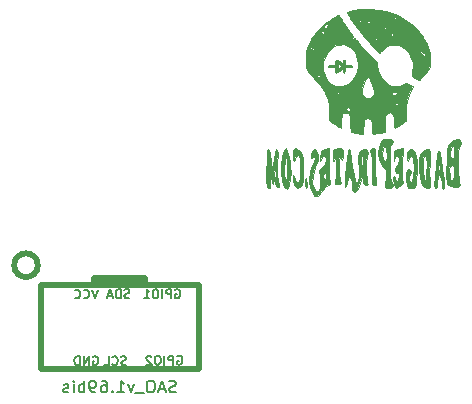
<source format=gbr>
G04 #@! TF.GenerationSoftware,KiCad,Pcbnew,(5.1.10)-1*
G04 #@! TF.CreationDate,2021-09-01T23:48:31-05:00*
G04 #@! TF.ProjectId,Bsides-KC-2021-Cerner-Sponsor-SAO-SVG2Shenzen v1_00 (Paths),42736964-6573-42d4-9b43-2d323032312d,rev?*
G04 #@! TF.SameCoordinates,Original*
G04 #@! TF.FileFunction,Legend,Bot*
G04 #@! TF.FilePolarity,Positive*
%FSLAX46Y46*%
G04 Gerber Fmt 4.6, Leading zero omitted, Abs format (unit mm)*
G04 Created by KiCad (PCBNEW (5.1.10)-1) date 2021-09-01 23:48:31*
%MOMM*%
%LPD*%
G01*
G04 APERTURE LIST*
%ADD10C,0.010000*%
%ADD11C,0.500000*%
%ADD12C,0.150000*%
G04 APERTURE END LIST*
D10*
G04 #@! TO.C,G\u002A\u002A\u002A*
G36*
X167064899Y-99746166D02*
G01*
X166933471Y-99852092D01*
X166885282Y-100088088D01*
X166880625Y-100286111D01*
X166916163Y-100777455D01*
X167017054Y-100760591D01*
X167102875Y-100511888D01*
X167163830Y-100413830D01*
X167192477Y-100740444D01*
X167198125Y-101335037D01*
X167175558Y-102124315D01*
X167117608Y-102593764D01*
X167098907Y-102639200D01*
X167108290Y-102720039D01*
X167243299Y-102766371D01*
X167356875Y-102771092D01*
X167537124Y-102741333D01*
X167601052Y-102677007D01*
X167575157Y-102631568D01*
X167477795Y-102364286D01*
X167438755Y-101721613D01*
X167436250Y-101384376D01*
X167443553Y-100683390D01*
X167480188Y-100432702D01*
X167568247Y-100518754D01*
X167595000Y-100568333D01*
X167715379Y-100721251D01*
X167752427Y-100459142D01*
X167753750Y-100296040D01*
X167735556Y-99964491D01*
X167655782Y-99791769D01*
X167476641Y-99728159D01*
X167317188Y-99721666D01*
X167064899Y-99746166D01*
G37*
X167064899Y-99746166D02*
X166933471Y-99852092D01*
X166885282Y-100088088D01*
X166880625Y-100286111D01*
X166916163Y-100777455D01*
X167017054Y-100760591D01*
X167102875Y-100511888D01*
X167163830Y-100413830D01*
X167192477Y-100740444D01*
X167198125Y-101335037D01*
X167175558Y-102124315D01*
X167117608Y-102593764D01*
X167098907Y-102639200D01*
X167108290Y-102720039D01*
X167243299Y-102766371D01*
X167356875Y-102771092D01*
X167537124Y-102741333D01*
X167601052Y-102677007D01*
X167575157Y-102631568D01*
X167477795Y-102364286D01*
X167438755Y-101721613D01*
X167436250Y-101384376D01*
X167443553Y-100683390D01*
X167480188Y-100432702D01*
X167568247Y-100518754D01*
X167595000Y-100568333D01*
X167715379Y-100721251D01*
X167752427Y-100459142D01*
X167753750Y-100296040D01*
X167735556Y-99964491D01*
X167655782Y-99791769D01*
X167476641Y-99728159D01*
X167317188Y-99721666D01*
X167064899Y-99746166D01*
G36*
X170118827Y-99762198D02*
G01*
X170093659Y-99933543D01*
X170133761Y-100139690D01*
X170191254Y-100695183D01*
X170204269Y-101530472D01*
X170200914Y-101691912D01*
X170189430Y-102415531D01*
X170226179Y-102739375D01*
X170339356Y-102823602D01*
X170400591Y-102826111D01*
X170552826Y-102784434D01*
X170572197Y-102604838D01*
X170531245Y-102400077D01*
X170468992Y-101764049D01*
X170474286Y-100847855D01*
X170494180Y-100129009D01*
X170461844Y-99807912D01*
X170349146Y-99724413D01*
X170276478Y-99721666D01*
X170118827Y-99762198D01*
G37*
X170118827Y-99762198D02*
X170093659Y-99933543D01*
X170133761Y-100139690D01*
X170191254Y-100695183D01*
X170204269Y-101530472D01*
X170200914Y-101691912D01*
X170189430Y-102415531D01*
X170226179Y-102739375D01*
X170339356Y-102823602D01*
X170400591Y-102826111D01*
X170552826Y-102784434D01*
X170572197Y-102604838D01*
X170531245Y-102400077D01*
X170468992Y-101764049D01*
X170474286Y-100847855D01*
X170494180Y-100129009D01*
X170461844Y-99807912D01*
X170349146Y-99724413D01*
X170276478Y-99721666D01*
X170118827Y-99762198D01*
G36*
X162129278Y-99781345D02*
G01*
X162007566Y-100079716D01*
X161891212Y-100679147D01*
X161887657Y-100705103D01*
X161775042Y-101540527D01*
X161690811Y-100842763D01*
X161562685Y-100049680D01*
X161445563Y-99798312D01*
X161352291Y-100065966D01*
X161295711Y-100829952D01*
X161284688Y-101560243D01*
X161290713Y-102450781D01*
X161319188Y-102914124D01*
X161385707Y-103086992D01*
X161461297Y-103108390D01*
X161579827Y-103033223D01*
X161614647Y-102697806D01*
X161601609Y-102191111D01*
X161565311Y-101273888D01*
X161658604Y-102050000D01*
X161753537Y-102669384D01*
X161834496Y-102744088D01*
X161916569Y-102268130D01*
X161951969Y-101933679D01*
X162030497Y-101370356D01*
X162094145Y-101226134D01*
X162111271Y-101511835D01*
X162086635Y-101887620D01*
X162037136Y-102452417D01*
X162019856Y-102656876D01*
X162069650Y-102889375D01*
X162177657Y-103007883D01*
X162315857Y-102985691D01*
X162356250Y-102840996D01*
X162298131Y-102465619D01*
X162267718Y-102382655D01*
X162216714Y-101973005D01*
X162212927Y-101156335D01*
X162218735Y-100940560D01*
X162234292Y-100167392D01*
X162209242Y-99821956D01*
X162133868Y-99778326D01*
X162129278Y-99781345D01*
G37*
X162129278Y-99781345D02*
X162007566Y-100079716D01*
X161891212Y-100679147D01*
X161887657Y-100705103D01*
X161775042Y-101540527D01*
X161690811Y-100842763D01*
X161562685Y-100049680D01*
X161445563Y-99798312D01*
X161352291Y-100065966D01*
X161295711Y-100829952D01*
X161284688Y-101560243D01*
X161290713Y-102450781D01*
X161319188Y-102914124D01*
X161385707Y-103086992D01*
X161461297Y-103108390D01*
X161579827Y-103033223D01*
X161614647Y-102697806D01*
X161601609Y-102191111D01*
X161565311Y-101273888D01*
X161658604Y-102050000D01*
X161753537Y-102669384D01*
X161834496Y-102744088D01*
X161916569Y-102268130D01*
X161951969Y-101933679D01*
X162030497Y-101370356D01*
X162094145Y-101226134D01*
X162111271Y-101511835D01*
X162086635Y-101887620D01*
X162037136Y-102452417D01*
X162019856Y-102656876D01*
X162069650Y-102889375D01*
X162177657Y-103007883D01*
X162315857Y-102985691D01*
X162356250Y-102840996D01*
X162298131Y-102465619D01*
X162267718Y-102382655D01*
X162216714Y-101973005D01*
X162212927Y-101156335D01*
X162218735Y-100940560D01*
X162234292Y-100167392D01*
X162209242Y-99821956D01*
X162133868Y-99778326D01*
X162129278Y-99781345D01*
G36*
X162751243Y-99948041D02*
G01*
X162598729Y-100489871D01*
X162499321Y-101141212D01*
X162491813Y-101644679D01*
X162625241Y-102452842D01*
X162812443Y-102965631D01*
X163012651Y-103119981D01*
X163185096Y-102852829D01*
X163209942Y-102755555D01*
X163337942Y-101844237D01*
X163317491Y-101246093D01*
X163062500Y-101246093D01*
X163055795Y-101941355D01*
X163037173Y-102164549D01*
X162958873Y-102507362D01*
X162873266Y-102392110D01*
X162809272Y-101910281D01*
X162792813Y-101391481D01*
X162819952Y-100670268D01*
X162905859Y-100427760D01*
X162911875Y-100427222D01*
X163009265Y-100668421D01*
X163062500Y-101246093D01*
X163317491Y-101246093D01*
X163307345Y-100949351D01*
X163225005Y-100471567D01*
X163069529Y-99953902D01*
X162919068Y-99722511D01*
X162911875Y-99721666D01*
X162751243Y-99948041D01*
G37*
X162751243Y-99948041D02*
X162598729Y-100489871D01*
X162499321Y-101141212D01*
X162491813Y-101644679D01*
X162625241Y-102452842D01*
X162812443Y-102965631D01*
X163012651Y-103119981D01*
X163185096Y-102852829D01*
X163209942Y-102755555D01*
X163337942Y-101844237D01*
X163317491Y-101246093D01*
X163062500Y-101246093D01*
X163055795Y-101941355D01*
X163037173Y-102164549D01*
X162958873Y-102507362D01*
X162873266Y-102392110D01*
X162809272Y-101910281D01*
X162792813Y-101391481D01*
X162819952Y-100670268D01*
X162905859Y-100427760D01*
X162911875Y-100427222D01*
X163009265Y-100668421D01*
X163062500Y-101246093D01*
X163317491Y-101246093D01*
X163307345Y-100949351D01*
X163225005Y-100471567D01*
X163069529Y-99953902D01*
X162919068Y-99722511D01*
X162911875Y-99721666D01*
X162751243Y-99948041D01*
G36*
X163540860Y-99864186D02*
G01*
X163517110Y-99946808D01*
X163522680Y-100340203D01*
X163558156Y-100581808D01*
X163634513Y-100828349D01*
X163678595Y-100638888D01*
X163785011Y-100322133D01*
X163946797Y-100311107D01*
X164092282Y-100573089D01*
X164142188Y-100850555D01*
X164164628Y-101694452D01*
X164089279Y-102326953D01*
X163947364Y-102646425D01*
X163770105Y-102551235D01*
X163684921Y-102339026D01*
X163572970Y-102007925D01*
X163544469Y-102078403D01*
X163558154Y-102402777D01*
X163629057Y-102826428D01*
X163807533Y-103017730D01*
X163865036Y-103036450D01*
X164095109Y-103002146D01*
X164274297Y-102824477D01*
X164281094Y-102810760D01*
X164388318Y-102293706D01*
X164418812Y-101517400D01*
X164373135Y-100715626D01*
X164274844Y-100188740D01*
X164120133Y-99910350D01*
X163903862Y-99749933D01*
X163689586Y-99727781D01*
X163540860Y-99864186D01*
G37*
X163540860Y-99864186D02*
X163517110Y-99946808D01*
X163522680Y-100340203D01*
X163558156Y-100581808D01*
X163634513Y-100828349D01*
X163678595Y-100638888D01*
X163785011Y-100322133D01*
X163946797Y-100311107D01*
X164092282Y-100573089D01*
X164142188Y-100850555D01*
X164164628Y-101694452D01*
X164089279Y-102326953D01*
X163947364Y-102646425D01*
X163770105Y-102551235D01*
X163684921Y-102339026D01*
X163572970Y-102007925D01*
X163544469Y-102078403D01*
X163558154Y-102402777D01*
X163629057Y-102826428D01*
X163807533Y-103017730D01*
X163865036Y-103036450D01*
X164095109Y-103002146D01*
X164274297Y-102824477D01*
X164281094Y-102810760D01*
X164388318Y-102293706D01*
X164418812Y-101517400D01*
X164373135Y-100715626D01*
X164274844Y-100188740D01*
X164120133Y-99910350D01*
X163903862Y-99749933D01*
X163689586Y-99727781D01*
X163540860Y-99864186D01*
G36*
X164524900Y-102426178D02*
G01*
X164538761Y-102764679D01*
X164643243Y-103043657D01*
X164724211Y-102920827D01*
X164737500Y-102708518D01*
X164673591Y-102319744D01*
X164611823Y-102261666D01*
X164524900Y-102426178D01*
G37*
X164524900Y-102426178D02*
X164538761Y-102764679D01*
X164643243Y-103043657D01*
X164724211Y-102920827D01*
X164737500Y-102708518D01*
X164673591Y-102319744D01*
X164611823Y-102261666D01*
X164524900Y-102426178D01*
G36*
X171224145Y-98955405D02*
G01*
X171013526Y-99102433D01*
X170973605Y-99150236D01*
X170801226Y-99573226D01*
X170764174Y-100113592D01*
X170851879Y-100666193D01*
X171053776Y-101125889D01*
X171187913Y-101282464D01*
X171393949Y-101559818D01*
X171448676Y-101912782D01*
X171369822Y-102346427D01*
X171296557Y-102749167D01*
X171302947Y-102933624D01*
X171410041Y-103062831D01*
X171591385Y-103106621D01*
X171784202Y-103072375D01*
X171925712Y-102967474D01*
X171960625Y-102856305D01*
X171897458Y-102547784D01*
X171841563Y-102441829D01*
X171761481Y-102106383D01*
X171725720Y-101332211D01*
X171722500Y-100859413D01*
X171727338Y-100517406D01*
X171483160Y-100517406D01*
X171428998Y-100788184D01*
X171305634Y-100795251D01*
X171175859Y-100588509D01*
X171102461Y-100217862D01*
X171102289Y-100214702D01*
X171135967Y-99739845D01*
X171250811Y-99504561D01*
X171377475Y-99612721D01*
X171411796Y-99751097D01*
X171475974Y-100321917D01*
X171483160Y-100517406D01*
X171727338Y-100517406D01*
X171735098Y-99968914D01*
X171778756Y-99532359D01*
X171841563Y-99439444D01*
X171947193Y-99287052D01*
X171960625Y-99157222D01*
X171890157Y-98988970D01*
X171711337Y-98899020D01*
X171473040Y-98887716D01*
X171224145Y-98955405D01*
G37*
X171224145Y-98955405D02*
X171013526Y-99102433D01*
X170973605Y-99150236D01*
X170801226Y-99573226D01*
X170764174Y-100113592D01*
X170851879Y-100666193D01*
X171053776Y-101125889D01*
X171187913Y-101282464D01*
X171393949Y-101559818D01*
X171448676Y-101912782D01*
X171369822Y-102346427D01*
X171296557Y-102749167D01*
X171302947Y-102933624D01*
X171410041Y-103062831D01*
X171591385Y-103106621D01*
X171784202Y-103072375D01*
X171925712Y-102967474D01*
X171960625Y-102856305D01*
X171897458Y-102547784D01*
X171841563Y-102441829D01*
X171761481Y-102106383D01*
X171725720Y-101332211D01*
X171722500Y-100859413D01*
X171727338Y-100517406D01*
X171483160Y-100517406D01*
X171428998Y-100788184D01*
X171305634Y-100795251D01*
X171175859Y-100588509D01*
X171102461Y-100217862D01*
X171102289Y-100214702D01*
X171135967Y-99739845D01*
X171250811Y-99504561D01*
X171377475Y-99612721D01*
X171411796Y-99751097D01*
X171475974Y-100321917D01*
X171483160Y-100517406D01*
X171727338Y-100517406D01*
X171735098Y-99968914D01*
X171778756Y-99532359D01*
X171841563Y-99439444D01*
X171947193Y-99287052D01*
X171960625Y-99157222D01*
X171890157Y-98988970D01*
X171711337Y-98899020D01*
X171473040Y-98887716D01*
X171224145Y-98955405D01*
G36*
X172446155Y-99778396D02*
G01*
X172210634Y-99883447D01*
X172092210Y-100101555D01*
X172052854Y-100427222D01*
X172048220Y-100803048D01*
X172110733Y-100695055D01*
X172127546Y-100638888D01*
X172278273Y-100338089D01*
X172426858Y-100328615D01*
X172512040Y-100599347D01*
X172516250Y-100709444D01*
X172450076Y-101054205D01*
X172357500Y-101132777D01*
X172228776Y-101298103D01*
X172198750Y-101529689D01*
X172257093Y-101807011D01*
X172357500Y-101778995D01*
X172487566Y-101797812D01*
X172516250Y-102087639D01*
X172456509Y-102448333D01*
X172318814Y-102525345D01*
X172165459Y-102299448D01*
X172135250Y-102205222D01*
X172057903Y-102033585D01*
X172040000Y-102316138D01*
X172091374Y-102693880D01*
X172199820Y-103015450D01*
X172296825Y-103085994D01*
X172304461Y-103068284D01*
X172382978Y-102998574D01*
X172562998Y-102872970D01*
X172635313Y-102826111D01*
X172804886Y-102695699D01*
X172861337Y-102603133D01*
X172843495Y-102583937D01*
X172779119Y-102408483D01*
X172759541Y-101875615D01*
X172772686Y-101118952D01*
X172811194Y-99694015D01*
X172446155Y-99778396D01*
G37*
X172446155Y-99778396D02*
X172210634Y-99883447D01*
X172092210Y-100101555D01*
X172052854Y-100427222D01*
X172048220Y-100803048D01*
X172110733Y-100695055D01*
X172127546Y-100638888D01*
X172278273Y-100338089D01*
X172426858Y-100328615D01*
X172512040Y-100599347D01*
X172516250Y-100709444D01*
X172450076Y-101054205D01*
X172357500Y-101132777D01*
X172228776Y-101298103D01*
X172198750Y-101529689D01*
X172257093Y-101807011D01*
X172357500Y-101778995D01*
X172487566Y-101797812D01*
X172516250Y-102087639D01*
X172456509Y-102448333D01*
X172318814Y-102525345D01*
X172165459Y-102299448D01*
X172135250Y-102205222D01*
X172057903Y-102033585D01*
X172040000Y-102316138D01*
X172091374Y-102693880D01*
X172199820Y-103015450D01*
X172296825Y-103085994D01*
X172304461Y-103068284D01*
X172382978Y-102998574D01*
X172562998Y-102872970D01*
X172635313Y-102826111D01*
X172804886Y-102695699D01*
X172861337Y-102603133D01*
X172843495Y-102583937D01*
X172779119Y-102408483D01*
X172759541Y-101875615D01*
X172772686Y-101118952D01*
X172811194Y-99694015D01*
X172446155Y-99778396D01*
G36*
X173246548Y-99913259D02*
G01*
X173178641Y-100157171D01*
X173161425Y-100652937D01*
X173248987Y-100745924D01*
X173371132Y-100543347D01*
X173575230Y-100315330D01*
X173722530Y-100585695D01*
X173785626Y-101298139D01*
X173786250Y-101396212D01*
X173731101Y-102152106D01*
X173592352Y-102604954D01*
X173410055Y-102624405D01*
X173409219Y-102623345D01*
X173315297Y-102340929D01*
X173361163Y-102030464D01*
X173448907Y-101902703D01*
X173546225Y-101788280D01*
X173496228Y-101644498D01*
X173448907Y-101569592D01*
X173251215Y-101447939D01*
X173139334Y-101766112D01*
X173130627Y-102380533D01*
X173173494Y-102838652D01*
X173268623Y-103050427D01*
X173464489Y-103107438D01*
X173515861Y-103108333D01*
X173760449Y-103037347D01*
X173909921Y-102766561D01*
X173986480Y-102432662D01*
X174066026Y-101596425D01*
X174034591Y-100742167D01*
X173903530Y-100091621D01*
X173861713Y-99996444D01*
X173652192Y-99762172D01*
X173426746Y-99739242D01*
X173246548Y-99913259D01*
G37*
X173246548Y-99913259D02*
X173178641Y-100157171D01*
X173161425Y-100652937D01*
X173248987Y-100745924D01*
X173371132Y-100543347D01*
X173575230Y-100315330D01*
X173722530Y-100585695D01*
X173785626Y-101298139D01*
X173786250Y-101396212D01*
X173731101Y-102152106D01*
X173592352Y-102604954D01*
X173410055Y-102624405D01*
X173409219Y-102623345D01*
X173315297Y-102340929D01*
X173361163Y-102030464D01*
X173448907Y-101902703D01*
X173546225Y-101788280D01*
X173496228Y-101644498D01*
X173448907Y-101569592D01*
X173251215Y-101447939D01*
X173139334Y-101766112D01*
X173130627Y-102380533D01*
X173173494Y-102838652D01*
X173268623Y-103050427D01*
X173464489Y-103107438D01*
X173515861Y-103108333D01*
X173760449Y-103037347D01*
X173909921Y-102766561D01*
X173986480Y-102432662D01*
X174066026Y-101596425D01*
X174034591Y-100742167D01*
X173903530Y-100091621D01*
X173861713Y-99996444D01*
X173652192Y-99762172D01*
X173426746Y-99739242D01*
X173246548Y-99913259D01*
G36*
X174688513Y-99814195D02*
G01*
X174395064Y-100109662D01*
X174233716Y-100618542D01*
X174183154Y-101409127D01*
X174183125Y-101433553D01*
X174252869Y-102268546D01*
X174452755Y-102833394D01*
X174768769Y-103094327D01*
X174878267Y-103108333D01*
X175087577Y-103085930D01*
X175170068Y-102972248D01*
X175157556Y-102697576D01*
X175135687Y-102544299D01*
X175075901Y-101648377D01*
X175100754Y-101075640D01*
X174846607Y-101075640D01*
X174831037Y-101922736D01*
X174765876Y-102448947D01*
X174672408Y-102519194D01*
X174585797Y-102194887D01*
X174541204Y-101537434D01*
X174540313Y-101415000D01*
X174569726Y-100659669D01*
X174664788Y-100350412D01*
X174672527Y-100344420D01*
X174792353Y-100490795D01*
X174846607Y-101075640D01*
X175100754Y-101075640D01*
X175117755Y-100683854D01*
X175162510Y-100354673D01*
X175165314Y-99991883D01*
X175039527Y-99783761D01*
X174811382Y-99760218D01*
X174688513Y-99814195D01*
G37*
X174688513Y-99814195D02*
X174395064Y-100109662D01*
X174233716Y-100618542D01*
X174183154Y-101409127D01*
X174183125Y-101433553D01*
X174252869Y-102268546D01*
X174452755Y-102833394D01*
X174768769Y-103094327D01*
X174878267Y-103108333D01*
X175087577Y-103085930D01*
X175170068Y-102972248D01*
X175157556Y-102697576D01*
X175135687Y-102544299D01*
X175075901Y-101648377D01*
X175100754Y-101075640D01*
X174846607Y-101075640D01*
X174831037Y-101922736D01*
X174765876Y-102448947D01*
X174672408Y-102519194D01*
X174585797Y-102194887D01*
X174541204Y-101537434D01*
X174540313Y-101415000D01*
X174569726Y-100659669D01*
X174664788Y-100350412D01*
X174672527Y-100344420D01*
X174792353Y-100490795D01*
X174846607Y-101075640D01*
X175100754Y-101075640D01*
X175117755Y-100683854D01*
X175162510Y-100354673D01*
X175165314Y-99991883D01*
X175039527Y-99783761D01*
X174811382Y-99760218D01*
X174688513Y-99814195D01*
G36*
X175811072Y-99950600D02*
G01*
X175737047Y-100360483D01*
X175637458Y-101131204D01*
X175524783Y-102189109D01*
X175504194Y-102830095D01*
X175575141Y-103095621D01*
X175611211Y-103108333D01*
X175687984Y-102875695D01*
X175730938Y-102543888D01*
X175832204Y-102085364D01*
X175925467Y-101979444D01*
X176060206Y-102216754D01*
X176111124Y-102543888D01*
X176178570Y-102959198D01*
X176268099Y-103121689D01*
X176323998Y-102949345D01*
X176326250Y-102860577D01*
X176287077Y-102290283D01*
X176190992Y-101489293D01*
X176167201Y-101332739D01*
X175976459Y-101332739D01*
X175965673Y-101434501D01*
X175889048Y-101684748D01*
X175851553Y-101399723D01*
X175850000Y-101257232D01*
X175889053Y-100966557D01*
X175930670Y-100994511D01*
X175976459Y-101332739D01*
X176167201Y-101332739D01*
X176070152Y-100694150D01*
X175956710Y-100141397D01*
X175956528Y-100140747D01*
X175875413Y-99904730D01*
X175811072Y-99950600D01*
G37*
X175811072Y-99950600D02*
X175737047Y-100360483D01*
X175637458Y-101131204D01*
X175524783Y-102189109D01*
X175504194Y-102830095D01*
X175575141Y-103095621D01*
X175611211Y-103108333D01*
X175687984Y-102875695D01*
X175730938Y-102543888D01*
X175832204Y-102085364D01*
X175925467Y-101979444D01*
X176060206Y-102216754D01*
X176111124Y-102543888D01*
X176178570Y-102959198D01*
X176268099Y-103121689D01*
X176323998Y-102949345D01*
X176326250Y-102860577D01*
X176287077Y-102290283D01*
X176190992Y-101489293D01*
X176167201Y-101332739D01*
X175976459Y-101332739D01*
X175965673Y-101434501D01*
X175889048Y-101684748D01*
X175851553Y-101399723D01*
X175850000Y-101257232D01*
X175889053Y-100966557D01*
X175930670Y-100994511D01*
X175976459Y-101332739D01*
X176167201Y-101332739D01*
X176070152Y-100694150D01*
X175956710Y-100141397D01*
X175956528Y-100140747D01*
X175875413Y-99904730D01*
X175811072Y-99950600D01*
G36*
X177140750Y-98995130D02*
G01*
X176895220Y-99153404D01*
X176711345Y-99381618D01*
X176672437Y-99471905D01*
X176589685Y-100003567D01*
X176591093Y-100336670D01*
X176589862Y-100839648D01*
X176556924Y-101008041D01*
X176497329Y-101411683D01*
X176490499Y-102035455D01*
X176534573Y-102569513D01*
X176567037Y-102690848D01*
X176694101Y-102821909D01*
X176908542Y-102915935D01*
X177162112Y-102967815D01*
X177406563Y-102972437D01*
X177593647Y-102924690D01*
X177675116Y-102819461D01*
X177675625Y-102808303D01*
X177615073Y-102551449D01*
X177596250Y-102543888D01*
X177552782Y-102288715D01*
X177526761Y-101694624D01*
X177208841Y-101694624D01*
X177157858Y-102139402D01*
X177019527Y-102464500D01*
X176944199Y-102521608D01*
X176866034Y-102323849D01*
X176808086Y-102016551D01*
X176765536Y-101468905D01*
X176854398Y-101190699D01*
X177014167Y-101132777D01*
X177163827Y-101301854D01*
X177208841Y-101694624D01*
X177526761Y-101694624D01*
X177523951Y-101630473D01*
X177516875Y-100991666D01*
X177526856Y-100064519D01*
X177531405Y-100003888D01*
X177199375Y-100003888D01*
X177137182Y-100437575D01*
X176999134Y-100592844D01*
X176858028Y-100389377D01*
X176856106Y-100382633D01*
X176851501Y-100051531D01*
X176937779Y-99671437D01*
X177064071Y-99447458D01*
X177090032Y-99439444D01*
X177178709Y-99674655D01*
X177199375Y-100003888D01*
X177531405Y-100003888D01*
X177562827Y-99585124D01*
X177633835Y-99440015D01*
X177640622Y-99439444D01*
X177721102Y-99292218D01*
X177709142Y-99121722D01*
X177601524Y-98961111D01*
X177394122Y-98924973D01*
X177140750Y-98995130D01*
G37*
X177140750Y-98995130D02*
X176895220Y-99153404D01*
X176711345Y-99381618D01*
X176672437Y-99471905D01*
X176589685Y-100003567D01*
X176591093Y-100336670D01*
X176589862Y-100839648D01*
X176556924Y-101008041D01*
X176497329Y-101411683D01*
X176490499Y-102035455D01*
X176534573Y-102569513D01*
X176567037Y-102690848D01*
X176694101Y-102821909D01*
X176908542Y-102915935D01*
X177162112Y-102967815D01*
X177406563Y-102972437D01*
X177593647Y-102924690D01*
X177675116Y-102819461D01*
X177675625Y-102808303D01*
X177615073Y-102551449D01*
X177596250Y-102543888D01*
X177552782Y-102288715D01*
X177526761Y-101694624D01*
X177208841Y-101694624D01*
X177157858Y-102139402D01*
X177019527Y-102464500D01*
X176944199Y-102521608D01*
X176866034Y-102323849D01*
X176808086Y-102016551D01*
X176765536Y-101468905D01*
X176854398Y-101190699D01*
X177014167Y-101132777D01*
X177163827Y-101301854D01*
X177208841Y-101694624D01*
X177526761Y-101694624D01*
X177523951Y-101630473D01*
X177516875Y-100991666D01*
X177526856Y-100064519D01*
X177531405Y-100003888D01*
X177199375Y-100003888D01*
X177137182Y-100437575D01*
X176999134Y-100592844D01*
X176858028Y-100389377D01*
X176856106Y-100382633D01*
X176851501Y-100051531D01*
X176937779Y-99671437D01*
X177064071Y-99447458D01*
X177090032Y-99439444D01*
X177178709Y-99674655D01*
X177199375Y-100003888D01*
X177531405Y-100003888D01*
X177562827Y-99585124D01*
X177633835Y-99440015D01*
X177640622Y-99439444D01*
X177721102Y-99292218D01*
X177709142Y-99121722D01*
X177601524Y-98961111D01*
X177394122Y-98924973D01*
X177140750Y-98995130D01*
G36*
X169312612Y-99855066D02*
G01*
X169138140Y-100127811D01*
X169033726Y-100518592D01*
X169058269Y-100958204D01*
X169081995Y-101104432D01*
X169141230Y-101726888D01*
X169133034Y-102109398D01*
X169072208Y-102466140D01*
X168952861Y-102618024D01*
X168860751Y-102656777D01*
X168780038Y-102444474D01*
X168659293Y-101867020D01*
X168563095Y-101293104D01*
X168559866Y-101273888D01*
X168388750Y-101273888D01*
X168347211Y-101649531D01*
X168311867Y-101697222D01*
X168268193Y-101490351D01*
X168280671Y-101273888D01*
X168337011Y-100902550D01*
X168357555Y-100850555D01*
X168385303Y-101081013D01*
X168388750Y-101273888D01*
X168559866Y-101273888D01*
X168431862Y-100512283D01*
X168319279Y-99967271D01*
X168267589Y-99808950D01*
X168201889Y-99996997D01*
X168110047Y-100545355D01*
X168014522Y-101276995D01*
X167937774Y-102014883D01*
X167902260Y-102581989D01*
X167902727Y-102685000D01*
X167963065Y-102953047D01*
X168059249Y-102891036D01*
X168110911Y-102553434D01*
X168110938Y-102543888D01*
X168179939Y-102203411D01*
X168309375Y-102120555D01*
X168459094Y-102233006D01*
X168499136Y-102661933D01*
X168498309Y-102755555D01*
X168515777Y-103189767D01*
X168615419Y-103364936D01*
X168759886Y-103390555D01*
X169061409Y-103134871D01*
X169229404Y-102685000D01*
X169398823Y-102133969D01*
X169480781Y-102012001D01*
X169485913Y-102304367D01*
X169484175Y-102332222D01*
X169493147Y-102665162D01*
X169600760Y-102798719D01*
X169757969Y-102803830D01*
X169858128Y-102738719D01*
X169837344Y-102639200D01*
X169776811Y-102315053D01*
X169744612Y-101700625D01*
X169742147Y-101013435D01*
X169749512Y-100874074D01*
X169500000Y-100874074D01*
X169458180Y-101287847D01*
X169369669Y-101298495D01*
X169289890Y-100935067D01*
X169275899Y-100756613D01*
X169310092Y-100353823D01*
X169375118Y-100286111D01*
X169478165Y-100523511D01*
X169500000Y-100874074D01*
X169749512Y-100874074D01*
X169770817Y-100471002D01*
X169822185Y-100286111D01*
X169869591Y-100113211D01*
X169857188Y-100003888D01*
X169738188Y-99779739D01*
X169534911Y-99733880D01*
X169312612Y-99855066D01*
G37*
X169312612Y-99855066D02*
X169138140Y-100127811D01*
X169033726Y-100518592D01*
X169058269Y-100958204D01*
X169081995Y-101104432D01*
X169141230Y-101726888D01*
X169133034Y-102109398D01*
X169072208Y-102466140D01*
X168952861Y-102618024D01*
X168860751Y-102656777D01*
X168780038Y-102444474D01*
X168659293Y-101867020D01*
X168563095Y-101293104D01*
X168559866Y-101273888D01*
X168388750Y-101273888D01*
X168347211Y-101649531D01*
X168311867Y-101697222D01*
X168268193Y-101490351D01*
X168280671Y-101273888D01*
X168337011Y-100902550D01*
X168357555Y-100850555D01*
X168385303Y-101081013D01*
X168388750Y-101273888D01*
X168559866Y-101273888D01*
X168431862Y-100512283D01*
X168319279Y-99967271D01*
X168267589Y-99808950D01*
X168201889Y-99996997D01*
X168110047Y-100545355D01*
X168014522Y-101276995D01*
X167937774Y-102014883D01*
X167902260Y-102581989D01*
X167902727Y-102685000D01*
X167963065Y-102953047D01*
X168059249Y-102891036D01*
X168110911Y-102553434D01*
X168110938Y-102543888D01*
X168179939Y-102203411D01*
X168309375Y-102120555D01*
X168459094Y-102233006D01*
X168499136Y-102661933D01*
X168498309Y-102755555D01*
X168515777Y-103189767D01*
X168615419Y-103364936D01*
X168759886Y-103390555D01*
X169061409Y-103134871D01*
X169229404Y-102685000D01*
X169398823Y-102133969D01*
X169480781Y-102012001D01*
X169485913Y-102304367D01*
X169484175Y-102332222D01*
X169493147Y-102665162D01*
X169600760Y-102798719D01*
X169757969Y-102803830D01*
X169858128Y-102738719D01*
X169837344Y-102639200D01*
X169776811Y-102315053D01*
X169744612Y-101700625D01*
X169742147Y-101013435D01*
X169749512Y-100874074D01*
X169500000Y-100874074D01*
X169458180Y-101287847D01*
X169369669Y-101298495D01*
X169289890Y-100935067D01*
X169275899Y-100756613D01*
X169310092Y-100353823D01*
X169375118Y-100286111D01*
X169478165Y-100523511D01*
X169500000Y-100874074D01*
X169749512Y-100874074D01*
X169770817Y-100471002D01*
X169822185Y-100286111D01*
X169869591Y-100113211D01*
X169857188Y-100003888D01*
X169738188Y-99779739D01*
X169534911Y-99733880D01*
X169312612Y-99855066D01*
G36*
X166256880Y-99778109D02*
G01*
X166020702Y-99882583D01*
X165901687Y-100098683D01*
X165861604Y-100427222D01*
X165856970Y-100803048D01*
X165919483Y-100695055D01*
X165936296Y-100638888D01*
X166085020Y-100341846D01*
X166233770Y-100322885D01*
X166320348Y-100574683D01*
X166325000Y-100684637D01*
X166249914Y-101004195D01*
X166041516Y-101254114D01*
X165987657Y-101290765D01*
X165807153Y-101437888D01*
X165735440Y-101573350D01*
X165749532Y-101621312D01*
X165829838Y-101971043D01*
X165843574Y-102552772D01*
X165794039Y-103091663D01*
X165729511Y-103288738D01*
X165524472Y-103352305D01*
X165317582Y-103115337D01*
X165184077Y-102669145D01*
X165177961Y-102619351D01*
X165192815Y-102058410D01*
X165308112Y-101629237D01*
X165522860Y-101037848D01*
X165632270Y-100674985D01*
X165657776Y-100429426D01*
X165620810Y-100189945D01*
X165601588Y-100106279D01*
X165458578Y-99826212D01*
X165272717Y-99803797D01*
X165117904Y-100019668D01*
X165071574Y-100245171D01*
X165084650Y-100498957D01*
X165204359Y-100437819D01*
X165341306Y-100381308D01*
X165365414Y-100577320D01*
X165284340Y-100910894D01*
X165154219Y-101190577D01*
X164967814Y-101732020D01*
X164916591Y-102411358D01*
X165008565Y-103091972D01*
X165036871Y-103191108D01*
X165319610Y-103748197D01*
X165646174Y-103791282D01*
X165947682Y-103403264D01*
X166203660Y-103026742D01*
X166458237Y-102829888D01*
X166503307Y-102821789D01*
X166663471Y-102773055D01*
X166673529Y-102627034D01*
X166651096Y-102568749D01*
X166582042Y-102187092D01*
X166581465Y-102144074D01*
X166325000Y-102144074D01*
X166278732Y-102453135D01*
X166183528Y-102403853D01*
X166105066Y-102032361D01*
X166139612Y-101744472D01*
X166199323Y-101697222D01*
X166308666Y-101924454D01*
X166325000Y-102144074D01*
X166581465Y-102144074D01*
X166571757Y-101420807D01*
X166582262Y-101006736D01*
X166623895Y-99693441D01*
X166256880Y-99778109D01*
G37*
X166256880Y-99778109D02*
X166020702Y-99882583D01*
X165901687Y-100098683D01*
X165861604Y-100427222D01*
X165856970Y-100803048D01*
X165919483Y-100695055D01*
X165936296Y-100638888D01*
X166085020Y-100341846D01*
X166233770Y-100322885D01*
X166320348Y-100574683D01*
X166325000Y-100684637D01*
X166249914Y-101004195D01*
X166041516Y-101254114D01*
X165987657Y-101290765D01*
X165807153Y-101437888D01*
X165735440Y-101573350D01*
X165749532Y-101621312D01*
X165829838Y-101971043D01*
X165843574Y-102552772D01*
X165794039Y-103091663D01*
X165729511Y-103288738D01*
X165524472Y-103352305D01*
X165317582Y-103115337D01*
X165184077Y-102669145D01*
X165177961Y-102619351D01*
X165192815Y-102058410D01*
X165308112Y-101629237D01*
X165522860Y-101037848D01*
X165632270Y-100674985D01*
X165657776Y-100429426D01*
X165620810Y-100189945D01*
X165601588Y-100106279D01*
X165458578Y-99826212D01*
X165272717Y-99803797D01*
X165117904Y-100019668D01*
X165071574Y-100245171D01*
X165084650Y-100498957D01*
X165204359Y-100437819D01*
X165341306Y-100381308D01*
X165365414Y-100577320D01*
X165284340Y-100910894D01*
X165154219Y-101190577D01*
X164967814Y-101732020D01*
X164916591Y-102411358D01*
X165008565Y-103091972D01*
X165036871Y-103191108D01*
X165319610Y-103748197D01*
X165646174Y-103791282D01*
X165947682Y-103403264D01*
X166203660Y-103026742D01*
X166458237Y-102829888D01*
X166503307Y-102821789D01*
X166663471Y-102773055D01*
X166673529Y-102627034D01*
X166651096Y-102568749D01*
X166582042Y-102187092D01*
X166581465Y-102144074D01*
X166325000Y-102144074D01*
X166278732Y-102453135D01*
X166183528Y-102403853D01*
X166105066Y-102032361D01*
X166139612Y-101744472D01*
X166199323Y-101697222D01*
X166308666Y-101924454D01*
X166325000Y-102144074D01*
X166581465Y-102144074D01*
X166571757Y-101420807D01*
X166582262Y-101006736D01*
X166623895Y-99693441D01*
X166256880Y-99778109D01*
G36*
X167306552Y-92242247D02*
G01*
X167449712Y-92338696D01*
X167475772Y-92357955D01*
X167720308Y-92540038D01*
X167739846Y-92371788D01*
X167759674Y-92263045D01*
X167792916Y-92213427D01*
X167837539Y-92203539D01*
X167882202Y-92213400D01*
X167908006Y-92254859D01*
X167921917Y-92345724D01*
X167927574Y-92433684D01*
X167939456Y-92663830D01*
X168188036Y-92640617D01*
X168335036Y-92631478D01*
X168424942Y-92639686D01*
X168477377Y-92667665D01*
X168486503Y-92677516D01*
X168515302Y-92751981D01*
X168495073Y-92802737D01*
X168456503Y-92838391D01*
X168386560Y-92855472D01*
X168266293Y-92857218D01*
X168194493Y-92854066D01*
X167935231Y-92840286D01*
X167935231Y-93034897D01*
X167922174Y-93177492D01*
X167886900Y-93267865D01*
X167835250Y-93296846D01*
X167785809Y-93269409D01*
X167753708Y-93200428D01*
X167739859Y-93097550D01*
X167739846Y-93094492D01*
X167734685Y-93007188D01*
X167722090Y-92966016D01*
X167720418Y-92965539D01*
X167681883Y-92987069D01*
X167597647Y-93044023D01*
X167484540Y-93124942D01*
X167462119Y-93141385D01*
X167329265Y-93237303D01*
X167243726Y-93292025D01*
X167191078Y-93312274D01*
X167156894Y-93304771D01*
X167140667Y-93291180D01*
X167126140Y-93240395D01*
X167116683Y-93137765D01*
X167114616Y-93053160D01*
X167114616Y-92841191D01*
X166870385Y-92849244D01*
X166704899Y-92853937D01*
X166603025Y-92851555D01*
X166550257Y-92837400D01*
X166532091Y-92806776D01*
X166534019Y-92754985D01*
X166534624Y-92749684D01*
X167310000Y-92749684D01*
X167312782Y-92890153D01*
X167329044Y-92963491D01*
X167370663Y-92973949D01*
X167449516Y-92925780D01*
X167558625Y-92838691D01*
X167670481Y-92747057D01*
X167539087Y-92648375D01*
X167420871Y-92561342D01*
X167352451Y-92526029D01*
X167320222Y-92548450D01*
X167310585Y-92634622D01*
X167310000Y-92749684D01*
X166534624Y-92749684D01*
X166535635Y-92740846D01*
X166548000Y-92633385D01*
X167114616Y-92661247D01*
X167114616Y-92440936D01*
X167122388Y-92299710D01*
X167151337Y-92220813D01*
X167209909Y-92202306D01*
X167306552Y-92242247D01*
G37*
X167306552Y-92242247D02*
X167449712Y-92338696D01*
X167475772Y-92357955D01*
X167720308Y-92540038D01*
X167739846Y-92371788D01*
X167759674Y-92263045D01*
X167792916Y-92213427D01*
X167837539Y-92203539D01*
X167882202Y-92213400D01*
X167908006Y-92254859D01*
X167921917Y-92345724D01*
X167927574Y-92433684D01*
X167939456Y-92663830D01*
X168188036Y-92640617D01*
X168335036Y-92631478D01*
X168424942Y-92639686D01*
X168477377Y-92667665D01*
X168486503Y-92677516D01*
X168515302Y-92751981D01*
X168495073Y-92802737D01*
X168456503Y-92838391D01*
X168386560Y-92855472D01*
X168266293Y-92857218D01*
X168194493Y-92854066D01*
X167935231Y-92840286D01*
X167935231Y-93034897D01*
X167922174Y-93177492D01*
X167886900Y-93267865D01*
X167835250Y-93296846D01*
X167785809Y-93269409D01*
X167753708Y-93200428D01*
X167739859Y-93097550D01*
X167739846Y-93094492D01*
X167734685Y-93007188D01*
X167722090Y-92966016D01*
X167720418Y-92965539D01*
X167681883Y-92987069D01*
X167597647Y-93044023D01*
X167484540Y-93124942D01*
X167462119Y-93141385D01*
X167329265Y-93237303D01*
X167243726Y-93292025D01*
X167191078Y-93312274D01*
X167156894Y-93304771D01*
X167140667Y-93291180D01*
X167126140Y-93240395D01*
X167116683Y-93137765D01*
X167114616Y-93053160D01*
X167114616Y-92841191D01*
X166870385Y-92849244D01*
X166704899Y-92853937D01*
X166603025Y-92851555D01*
X166550257Y-92837400D01*
X166532091Y-92806776D01*
X166534019Y-92754985D01*
X166534624Y-92749684D01*
X167310000Y-92749684D01*
X167312782Y-92890153D01*
X167329044Y-92963491D01*
X167370663Y-92973949D01*
X167449516Y-92925780D01*
X167558625Y-92838691D01*
X167670481Y-92747057D01*
X167539087Y-92648375D01*
X167420871Y-92561342D01*
X167352451Y-92526029D01*
X167320222Y-92548450D01*
X167310585Y-92634622D01*
X167310000Y-92749684D01*
X166534624Y-92749684D01*
X166535635Y-92740846D01*
X166548000Y-92633385D01*
X167114616Y-92661247D01*
X167114616Y-92440936D01*
X167122388Y-92299710D01*
X167151337Y-92220813D01*
X167209909Y-92202306D01*
X167306552Y-92242247D01*
G36*
X169723121Y-87929309D02*
G01*
X169989166Y-87935778D01*
X170025470Y-87936775D01*
X170335142Y-87946996D01*
X170586753Y-87960547D01*
X170800393Y-87980395D01*
X170996155Y-88009506D01*
X171194130Y-88050845D01*
X171414408Y-88107380D01*
X171666862Y-88179096D01*
X172185584Y-88366609D01*
X172700085Y-88622627D01*
X173195366Y-88938248D01*
X173656427Y-89304568D01*
X173823676Y-89459204D01*
X174085306Y-89721055D01*
X174287297Y-89943389D01*
X174428596Y-90124851D01*
X174508151Y-90264083D01*
X174524912Y-90359728D01*
X174524160Y-90363035D01*
X174517478Y-90451971D01*
X174548641Y-90486000D01*
X174600419Y-90462481D01*
X174634822Y-90459144D01*
X174680303Y-90506539D01*
X174743647Y-90613275D01*
X174789629Y-90702531D01*
X174856487Y-90847404D01*
X174906057Y-90976219D01*
X174929304Y-91064962D01*
X174930000Y-91075558D01*
X174942946Y-91146462D01*
X174965945Y-91168000D01*
X174995983Y-91204395D01*
X175030155Y-91303509D01*
X175065444Y-91450234D01*
X175098830Y-91629463D01*
X175127295Y-91826089D01*
X175147818Y-92025005D01*
X175153358Y-92105846D01*
X175151868Y-92438918D01*
X175109527Y-92733632D01*
X175028685Y-92977852D01*
X174961637Y-93096602D01*
X174898520Y-93177297D01*
X174797143Y-93295545D01*
X174673672Y-93432810D01*
X174590639Y-93521956D01*
X174473216Y-93649684D01*
X174379178Y-93758650D01*
X174319792Y-93835376D01*
X174304769Y-93863880D01*
X174278771Y-93898032D01*
X174198596Y-93889921D01*
X174060971Y-93838658D01*
X173865154Y-93744651D01*
X173711626Y-93663699D01*
X173618208Y-93598702D01*
X173575420Y-93530039D01*
X173573785Y-93438091D01*
X173603824Y-93303236D01*
X173620923Y-93239077D01*
X173651334Y-93043692D01*
X174734616Y-93043692D01*
X174764352Y-93081634D01*
X174773692Y-93082769D01*
X174811634Y-93053033D01*
X174812769Y-93043692D01*
X174783033Y-93005751D01*
X174773692Y-93004616D01*
X174735751Y-93034352D01*
X174734616Y-93043692D01*
X173651334Y-93043692D01*
X173674620Y-92894093D01*
X173659382Y-92536357D01*
X173579393Y-92180724D01*
X173556426Y-92125385D01*
X174969077Y-92125385D01*
X174988616Y-92144923D01*
X175008154Y-92125385D01*
X174988616Y-92105846D01*
X174969077Y-92125385D01*
X173556426Y-92125385D01*
X173438832Y-91842052D01*
X173241881Y-91535197D01*
X173129137Y-91407789D01*
X174251877Y-91407789D01*
X174256477Y-91446812D01*
X174304344Y-91533199D01*
X174394674Y-91661602D01*
X174402632Y-91672112D01*
X174519527Y-91809066D01*
X174617085Y-91890666D01*
X174688938Y-91913907D01*
X174719713Y-91884410D01*
X174825795Y-91884410D01*
X174831159Y-91907642D01*
X174851846Y-91910462D01*
X174884011Y-91896164D01*
X174877898Y-91884410D01*
X174831522Y-91879734D01*
X174825795Y-91884410D01*
X174719713Y-91884410D01*
X174728715Y-91875783D01*
X174734616Y-91828802D01*
X174705381Y-91748806D01*
X174636513Y-91665061D01*
X174556265Y-91608060D01*
X174521831Y-91599146D01*
X174471991Y-91573411D01*
X174395112Y-91511319D01*
X174375700Y-91493234D01*
X174291349Y-91421480D01*
X174251877Y-91407789D01*
X173129137Y-91407789D01*
X173094528Y-91368679D01*
X173052093Y-91331360D01*
X174386518Y-91331360D01*
X174414515Y-91358489D01*
X174422000Y-91363385D01*
X174480801Y-91397506D01*
X174498926Y-91387358D01*
X174500154Y-91363385D01*
X174467934Y-91330541D01*
X174431769Y-91324906D01*
X174386518Y-91331360D01*
X173052093Y-91331360D01*
X172956496Y-91247289D01*
X172796706Y-91129780D01*
X172700325Y-91070308D01*
X172595235Y-91015810D01*
X172503959Y-90981400D01*
X172403025Y-90962515D01*
X172268957Y-90954597D01*
X172096923Y-90953077D01*
X171911261Y-90955040D01*
X171781548Y-90963664D01*
X171685621Y-90983055D01*
X171601317Y-91017317D01*
X171526406Y-91058747D01*
X171410239Y-91140912D01*
X171271923Y-91258775D01*
X171139585Y-91388201D01*
X171127930Y-91400670D01*
X171022742Y-91509790D01*
X170935351Y-91592223D01*
X170880589Y-91634246D01*
X170872617Y-91636923D01*
X170831464Y-91609368D01*
X170747052Y-91532907D01*
X170628270Y-91416843D01*
X170484007Y-91270480D01*
X170323151Y-91103124D01*
X170154594Y-90924077D01*
X169987222Y-90742646D01*
X169829927Y-90568133D01*
X169722091Y-90444736D01*
X170506073Y-90444736D01*
X170518082Y-90515479D01*
X170523441Y-90527670D01*
X170557823Y-90586905D01*
X170599737Y-90588746D01*
X170657472Y-90554524D01*
X170720211Y-90506109D01*
X170721898Y-90465729D01*
X170687342Y-90422431D01*
X170623973Y-90375390D01*
X170558213Y-90392577D01*
X170553310Y-90395577D01*
X170506073Y-90444736D01*
X169722091Y-90444736D01*
X169691597Y-90409843D01*
X169658426Y-90370522D01*
X172080299Y-90370522D01*
X172094258Y-90402850D01*
X172138791Y-90442286D01*
X172202601Y-90478477D01*
X172230778Y-90480555D01*
X172216819Y-90448228D01*
X172172286Y-90408791D01*
X172108477Y-90372600D01*
X172080299Y-90370522D01*
X169658426Y-90370522D01*
X169626123Y-90332231D01*
X169574926Y-90269231D01*
X174031231Y-90269231D01*
X174045529Y-90301396D01*
X174057282Y-90295282D01*
X174061959Y-90248907D01*
X174057282Y-90243180D01*
X174034051Y-90248544D01*
X174031231Y-90269231D01*
X169574926Y-90269231D01*
X169463780Y-90132462D01*
X169732769Y-90132462D01*
X169752308Y-90152000D01*
X169771846Y-90132462D01*
X169752308Y-90112923D01*
X169732769Y-90132462D01*
X169463780Y-90132462D01*
X169427095Y-90087320D01*
X169370694Y-90015437D01*
X171856757Y-90015437D01*
X171858967Y-90101545D01*
X171861213Y-90108990D01*
X171900654Y-90180192D01*
X171953889Y-90175771D01*
X172002740Y-90128233D01*
X172032494Y-90072763D01*
X171999811Y-90025795D01*
X171980318Y-90010856D01*
X171902090Y-89981184D01*
X171856757Y-90015437D01*
X169370694Y-90015437D01*
X169339872Y-89976154D01*
X174226616Y-89976154D01*
X174246154Y-89995692D01*
X174265692Y-89976154D01*
X174246154Y-89956616D01*
X174226616Y-89976154D01*
X169339872Y-89976154D01*
X169223507Y-89827848D01*
X169184865Y-89777085D01*
X171580977Y-89777085D01*
X171608462Y-89800308D01*
X171670814Y-89835454D01*
X171679121Y-89822217D01*
X171674238Y-89813333D01*
X172481180Y-89813333D01*
X172486544Y-89836565D01*
X172507231Y-89839385D01*
X172539396Y-89825087D01*
X172533282Y-89813333D01*
X172486907Y-89808657D01*
X172481180Y-89813333D01*
X171674238Y-89813333D01*
X171667077Y-89800308D01*
X171610008Y-89763155D01*
X171596386Y-89761829D01*
X171580977Y-89777085D01*
X169184865Y-89777085D01*
X169052503Y-89603205D01*
X170129109Y-89603205D01*
X170141864Y-89642038D01*
X170190632Y-89665927D01*
X170207797Y-89659765D01*
X170224244Y-89618336D01*
X170205749Y-89593349D01*
X170153213Y-89570966D01*
X170129109Y-89603205D01*
X169052503Y-89603205D01*
X169021198Y-89562082D01*
X168994292Y-89525720D01*
X171265929Y-89525720D01*
X171308187Y-89575178D01*
X171315848Y-89580891D01*
X171392356Y-89613928D01*
X171457347Y-89608821D01*
X171483816Y-89569964D01*
X171480787Y-89554054D01*
X171429491Y-89486421D01*
X171353530Y-89457416D01*
X171289253Y-89478655D01*
X171265929Y-89525720D01*
X168994292Y-89525720D01*
X168882130Y-89374142D01*
X169578357Y-89374142D01*
X169590897Y-89429869D01*
X169630398Y-89470983D01*
X169656237Y-89467152D01*
X169674032Y-89423373D01*
X169650945Y-89385577D01*
X169599258Y-89346938D01*
X169578357Y-89374142D01*
X168882130Y-89374142D01*
X168826003Y-89298291D01*
X168779571Y-89233692D01*
X169537385Y-89233692D01*
X169556923Y-89253231D01*
X169576462Y-89233692D01*
X169556923Y-89214154D01*
X169537385Y-89233692D01*
X168779571Y-89233692D01*
X168735873Y-89172896D01*
X172680751Y-89172896D01*
X172690652Y-89189165D01*
X172747377Y-89212937D01*
X172779635Y-89171111D01*
X172780769Y-89155539D01*
X172760892Y-89103518D01*
X172743999Y-89096923D01*
X172692971Y-89122779D01*
X172680751Y-89172896D01*
X168735873Y-89172896D01*
X168643760Y-89044745D01*
X168629952Y-89024890D01*
X169823980Y-89024890D01*
X169835869Y-89077385D01*
X169890845Y-89127495D01*
X169979822Y-89127780D01*
X170039650Y-89101294D01*
X170072268Y-89058227D01*
X170049465Y-88987333D01*
X170048044Y-88984662D01*
X169981372Y-88916092D01*
X169905999Y-88906847D01*
X169845633Y-88946566D01*
X169823980Y-89024890D01*
X168629952Y-89024890D01*
X168551807Y-88912524D01*
X169097849Y-88912524D01*
X169133928Y-88960259D01*
X169139314Y-88964270D01*
X169209341Y-88992289D01*
X169266571Y-88982815D01*
X169283750Y-88943269D01*
X169277076Y-88926752D01*
X169217860Y-88835998D01*
X169173821Y-88810822D01*
X169131071Y-88844253D01*
X169126038Y-88850953D01*
X169097849Y-88912524D01*
X168551807Y-88912524D01*
X168480306Y-88809713D01*
X168375128Y-88651940D01*
X168847433Y-88651940D01*
X168853539Y-88667077D01*
X168888653Y-88704356D01*
X168894922Y-88706154D01*
X168911706Y-88675920D01*
X168912154Y-88667077D01*
X168898103Y-88649502D01*
X172053283Y-88649502D01*
X172078456Y-88718559D01*
X172099353Y-88742269D01*
X172182286Y-88801707D01*
X172238932Y-88788660D01*
X172265050Y-88717956D01*
X172247878Y-88645851D01*
X172187571Y-88614835D01*
X172092879Y-88610269D01*
X172053283Y-88649502D01*
X168898103Y-88649502D01*
X168882113Y-88629502D01*
X168870771Y-88628000D01*
X168847433Y-88651940D01*
X168375128Y-88651940D01*
X168341477Y-88601463D01*
X168233110Y-88428263D01*
X168161043Y-88298384D01*
X168131111Y-88220094D01*
X168130615Y-88213599D01*
X168134288Y-88183113D01*
X168152815Y-88158372D01*
X168197461Y-88135655D01*
X168279491Y-88111238D01*
X168410169Y-88081401D01*
X168600760Y-88042421D01*
X168720818Y-88018581D01*
X168906574Y-87982848D01*
X169061004Y-87956951D01*
X169201991Y-87939771D01*
X169347417Y-87930184D01*
X169515166Y-87927071D01*
X169723121Y-87929309D01*
G37*
X169723121Y-87929309D02*
X169989166Y-87935778D01*
X170025470Y-87936775D01*
X170335142Y-87946996D01*
X170586753Y-87960547D01*
X170800393Y-87980395D01*
X170996155Y-88009506D01*
X171194130Y-88050845D01*
X171414408Y-88107380D01*
X171666862Y-88179096D01*
X172185584Y-88366609D01*
X172700085Y-88622627D01*
X173195366Y-88938248D01*
X173656427Y-89304568D01*
X173823676Y-89459204D01*
X174085306Y-89721055D01*
X174287297Y-89943389D01*
X174428596Y-90124851D01*
X174508151Y-90264083D01*
X174524912Y-90359728D01*
X174524160Y-90363035D01*
X174517478Y-90451971D01*
X174548641Y-90486000D01*
X174600419Y-90462481D01*
X174634822Y-90459144D01*
X174680303Y-90506539D01*
X174743647Y-90613275D01*
X174789629Y-90702531D01*
X174856487Y-90847404D01*
X174906057Y-90976219D01*
X174929304Y-91064962D01*
X174930000Y-91075558D01*
X174942946Y-91146462D01*
X174965945Y-91168000D01*
X174995983Y-91204395D01*
X175030155Y-91303509D01*
X175065444Y-91450234D01*
X175098830Y-91629463D01*
X175127295Y-91826089D01*
X175147818Y-92025005D01*
X175153358Y-92105846D01*
X175151868Y-92438918D01*
X175109527Y-92733632D01*
X175028685Y-92977852D01*
X174961637Y-93096602D01*
X174898520Y-93177297D01*
X174797143Y-93295545D01*
X174673672Y-93432810D01*
X174590639Y-93521956D01*
X174473216Y-93649684D01*
X174379178Y-93758650D01*
X174319792Y-93835376D01*
X174304769Y-93863880D01*
X174278771Y-93898032D01*
X174198596Y-93889921D01*
X174060971Y-93838658D01*
X173865154Y-93744651D01*
X173711626Y-93663699D01*
X173618208Y-93598702D01*
X173575420Y-93530039D01*
X173573785Y-93438091D01*
X173603824Y-93303236D01*
X173620923Y-93239077D01*
X173651334Y-93043692D01*
X174734616Y-93043692D01*
X174764352Y-93081634D01*
X174773692Y-93082769D01*
X174811634Y-93053033D01*
X174812769Y-93043692D01*
X174783033Y-93005751D01*
X174773692Y-93004616D01*
X174735751Y-93034352D01*
X174734616Y-93043692D01*
X173651334Y-93043692D01*
X173674620Y-92894093D01*
X173659382Y-92536357D01*
X173579393Y-92180724D01*
X173556426Y-92125385D01*
X174969077Y-92125385D01*
X174988616Y-92144923D01*
X175008154Y-92125385D01*
X174988616Y-92105846D01*
X174969077Y-92125385D01*
X173556426Y-92125385D01*
X173438832Y-91842052D01*
X173241881Y-91535197D01*
X173129137Y-91407789D01*
X174251877Y-91407789D01*
X174256477Y-91446812D01*
X174304344Y-91533199D01*
X174394674Y-91661602D01*
X174402632Y-91672112D01*
X174519527Y-91809066D01*
X174617085Y-91890666D01*
X174688938Y-91913907D01*
X174719713Y-91884410D01*
X174825795Y-91884410D01*
X174831159Y-91907642D01*
X174851846Y-91910462D01*
X174884011Y-91896164D01*
X174877898Y-91884410D01*
X174831522Y-91879734D01*
X174825795Y-91884410D01*
X174719713Y-91884410D01*
X174728715Y-91875783D01*
X174734616Y-91828802D01*
X174705381Y-91748806D01*
X174636513Y-91665061D01*
X174556265Y-91608060D01*
X174521831Y-91599146D01*
X174471991Y-91573411D01*
X174395112Y-91511319D01*
X174375700Y-91493234D01*
X174291349Y-91421480D01*
X174251877Y-91407789D01*
X173129137Y-91407789D01*
X173094528Y-91368679D01*
X173052093Y-91331360D01*
X174386518Y-91331360D01*
X174414515Y-91358489D01*
X174422000Y-91363385D01*
X174480801Y-91397506D01*
X174498926Y-91387358D01*
X174500154Y-91363385D01*
X174467934Y-91330541D01*
X174431769Y-91324906D01*
X174386518Y-91331360D01*
X173052093Y-91331360D01*
X172956496Y-91247289D01*
X172796706Y-91129780D01*
X172700325Y-91070308D01*
X172595235Y-91015810D01*
X172503959Y-90981400D01*
X172403025Y-90962515D01*
X172268957Y-90954597D01*
X172096923Y-90953077D01*
X171911261Y-90955040D01*
X171781548Y-90963664D01*
X171685621Y-90983055D01*
X171601317Y-91017317D01*
X171526406Y-91058747D01*
X171410239Y-91140912D01*
X171271923Y-91258775D01*
X171139585Y-91388201D01*
X171127930Y-91400670D01*
X171022742Y-91509790D01*
X170935351Y-91592223D01*
X170880589Y-91634246D01*
X170872617Y-91636923D01*
X170831464Y-91609368D01*
X170747052Y-91532907D01*
X170628270Y-91416843D01*
X170484007Y-91270480D01*
X170323151Y-91103124D01*
X170154594Y-90924077D01*
X169987222Y-90742646D01*
X169829927Y-90568133D01*
X169722091Y-90444736D01*
X170506073Y-90444736D01*
X170518082Y-90515479D01*
X170523441Y-90527670D01*
X170557823Y-90586905D01*
X170599737Y-90588746D01*
X170657472Y-90554524D01*
X170720211Y-90506109D01*
X170721898Y-90465729D01*
X170687342Y-90422431D01*
X170623973Y-90375390D01*
X170558213Y-90392577D01*
X170553310Y-90395577D01*
X170506073Y-90444736D01*
X169722091Y-90444736D01*
X169691597Y-90409843D01*
X169658426Y-90370522D01*
X172080299Y-90370522D01*
X172094258Y-90402850D01*
X172138791Y-90442286D01*
X172202601Y-90478477D01*
X172230778Y-90480555D01*
X172216819Y-90448228D01*
X172172286Y-90408791D01*
X172108477Y-90372600D01*
X172080299Y-90370522D01*
X169658426Y-90370522D01*
X169626123Y-90332231D01*
X169574926Y-90269231D01*
X174031231Y-90269231D01*
X174045529Y-90301396D01*
X174057282Y-90295282D01*
X174061959Y-90248907D01*
X174057282Y-90243180D01*
X174034051Y-90248544D01*
X174031231Y-90269231D01*
X169574926Y-90269231D01*
X169463780Y-90132462D01*
X169732769Y-90132462D01*
X169752308Y-90152000D01*
X169771846Y-90132462D01*
X169752308Y-90112923D01*
X169732769Y-90132462D01*
X169463780Y-90132462D01*
X169427095Y-90087320D01*
X169370694Y-90015437D01*
X171856757Y-90015437D01*
X171858967Y-90101545D01*
X171861213Y-90108990D01*
X171900654Y-90180192D01*
X171953889Y-90175771D01*
X172002740Y-90128233D01*
X172032494Y-90072763D01*
X171999811Y-90025795D01*
X171980318Y-90010856D01*
X171902090Y-89981184D01*
X171856757Y-90015437D01*
X169370694Y-90015437D01*
X169339872Y-89976154D01*
X174226616Y-89976154D01*
X174246154Y-89995692D01*
X174265692Y-89976154D01*
X174246154Y-89956616D01*
X174226616Y-89976154D01*
X169339872Y-89976154D01*
X169223507Y-89827848D01*
X169184865Y-89777085D01*
X171580977Y-89777085D01*
X171608462Y-89800308D01*
X171670814Y-89835454D01*
X171679121Y-89822217D01*
X171674238Y-89813333D01*
X172481180Y-89813333D01*
X172486544Y-89836565D01*
X172507231Y-89839385D01*
X172539396Y-89825087D01*
X172533282Y-89813333D01*
X172486907Y-89808657D01*
X172481180Y-89813333D01*
X171674238Y-89813333D01*
X171667077Y-89800308D01*
X171610008Y-89763155D01*
X171596386Y-89761829D01*
X171580977Y-89777085D01*
X169184865Y-89777085D01*
X169052503Y-89603205D01*
X170129109Y-89603205D01*
X170141864Y-89642038D01*
X170190632Y-89665927D01*
X170207797Y-89659765D01*
X170224244Y-89618336D01*
X170205749Y-89593349D01*
X170153213Y-89570966D01*
X170129109Y-89603205D01*
X169052503Y-89603205D01*
X169021198Y-89562082D01*
X168994292Y-89525720D01*
X171265929Y-89525720D01*
X171308187Y-89575178D01*
X171315848Y-89580891D01*
X171392356Y-89613928D01*
X171457347Y-89608821D01*
X171483816Y-89569964D01*
X171480787Y-89554054D01*
X171429491Y-89486421D01*
X171353530Y-89457416D01*
X171289253Y-89478655D01*
X171265929Y-89525720D01*
X168994292Y-89525720D01*
X168882130Y-89374142D01*
X169578357Y-89374142D01*
X169590897Y-89429869D01*
X169630398Y-89470983D01*
X169656237Y-89467152D01*
X169674032Y-89423373D01*
X169650945Y-89385577D01*
X169599258Y-89346938D01*
X169578357Y-89374142D01*
X168882130Y-89374142D01*
X168826003Y-89298291D01*
X168779571Y-89233692D01*
X169537385Y-89233692D01*
X169556923Y-89253231D01*
X169576462Y-89233692D01*
X169556923Y-89214154D01*
X169537385Y-89233692D01*
X168779571Y-89233692D01*
X168735873Y-89172896D01*
X172680751Y-89172896D01*
X172690652Y-89189165D01*
X172747377Y-89212937D01*
X172779635Y-89171111D01*
X172780769Y-89155539D01*
X172760892Y-89103518D01*
X172743999Y-89096923D01*
X172692971Y-89122779D01*
X172680751Y-89172896D01*
X168735873Y-89172896D01*
X168643760Y-89044745D01*
X168629952Y-89024890D01*
X169823980Y-89024890D01*
X169835869Y-89077385D01*
X169890845Y-89127495D01*
X169979822Y-89127780D01*
X170039650Y-89101294D01*
X170072268Y-89058227D01*
X170049465Y-88987333D01*
X170048044Y-88984662D01*
X169981372Y-88916092D01*
X169905999Y-88906847D01*
X169845633Y-88946566D01*
X169823980Y-89024890D01*
X168629952Y-89024890D01*
X168551807Y-88912524D01*
X169097849Y-88912524D01*
X169133928Y-88960259D01*
X169139314Y-88964270D01*
X169209341Y-88992289D01*
X169266571Y-88982815D01*
X169283750Y-88943269D01*
X169277076Y-88926752D01*
X169217860Y-88835998D01*
X169173821Y-88810822D01*
X169131071Y-88844253D01*
X169126038Y-88850953D01*
X169097849Y-88912524D01*
X168551807Y-88912524D01*
X168480306Y-88809713D01*
X168375128Y-88651940D01*
X168847433Y-88651940D01*
X168853539Y-88667077D01*
X168888653Y-88704356D01*
X168894922Y-88706154D01*
X168911706Y-88675920D01*
X168912154Y-88667077D01*
X168898103Y-88649502D01*
X172053283Y-88649502D01*
X172078456Y-88718559D01*
X172099353Y-88742269D01*
X172182286Y-88801707D01*
X172238932Y-88788660D01*
X172265050Y-88717956D01*
X172247878Y-88645851D01*
X172187571Y-88614835D01*
X172092879Y-88610269D01*
X172053283Y-88649502D01*
X168898103Y-88649502D01*
X168882113Y-88629502D01*
X168870771Y-88628000D01*
X168847433Y-88651940D01*
X168375128Y-88651940D01*
X168341477Y-88601463D01*
X168233110Y-88428263D01*
X168161043Y-88298384D01*
X168131111Y-88220094D01*
X168130615Y-88213599D01*
X168134288Y-88183113D01*
X168152815Y-88158372D01*
X168197461Y-88135655D01*
X168279491Y-88111238D01*
X168410169Y-88081401D01*
X168600760Y-88042421D01*
X168720818Y-88018581D01*
X168906574Y-87982848D01*
X169061004Y-87956951D01*
X169201991Y-87939771D01*
X169347417Y-87930184D01*
X169515166Y-87927071D01*
X169723121Y-87929309D01*
G36*
X167411073Y-88442509D02*
G01*
X167436923Y-88480288D01*
X167495601Y-88571596D01*
X167578870Y-88703466D01*
X167678495Y-88862929D01*
X167697564Y-88893619D01*
X167830109Y-89099880D01*
X167990154Y-89337991D01*
X168157270Y-89578074D01*
X168307009Y-89784858D01*
X168440408Y-89966544D01*
X168530648Y-90096322D01*
X168583030Y-90183602D01*
X168602851Y-90237794D01*
X168595410Y-90268309D01*
X168584151Y-90277066D01*
X168540516Y-90330662D01*
X168522723Y-90407535D01*
X168532744Y-90475657D01*
X168570231Y-90503094D01*
X168666363Y-90469207D01*
X168720833Y-90395769D01*
X168749976Y-90399800D01*
X168812648Y-90455474D01*
X168896323Y-90551294D01*
X168912308Y-90571483D01*
X169090668Y-90789447D01*
X169311488Y-91043069D01*
X169559159Y-91315703D01*
X169818073Y-91590699D01*
X170072620Y-91851409D01*
X170307193Y-92081187D01*
X170462356Y-92224752D01*
X170569139Y-92324374D01*
X170631380Y-92402993D01*
X170664420Y-92489827D01*
X170683599Y-92614093D01*
X170688044Y-92654598D01*
X170763027Y-93086584D01*
X170888822Y-93465293D01*
X171063555Y-93788282D01*
X171285354Y-94053106D01*
X171552347Y-94257321D01*
X171862659Y-94398482D01*
X172064428Y-94451030D01*
X172349268Y-94473252D01*
X172626684Y-94423420D01*
X172908300Y-94299386D01*
X172919825Y-94292846D01*
X173123304Y-94176427D01*
X173421526Y-94318051D01*
X173719747Y-94459676D01*
X173599450Y-94660223D01*
X173443660Y-94936776D01*
X173324358Y-95193046D01*
X173237278Y-95446462D01*
X173178152Y-95714454D01*
X173142713Y-96014453D01*
X173126694Y-96363887D01*
X173124623Y-96599692D01*
X173121935Y-96894427D01*
X173112925Y-97116741D01*
X173097229Y-97272139D01*
X173074481Y-97366126D01*
X173073790Y-97367805D01*
X173035405Y-97431654D01*
X172967107Y-97498199D01*
X172857129Y-97576392D01*
X172693706Y-97675183D01*
X172598676Y-97729261D01*
X172433015Y-97820443D01*
X172290098Y-97895491D01*
X172184625Y-97946936D01*
X172131294Y-97967308D01*
X172130065Y-97967379D01*
X172108715Y-97934905D01*
X172092001Y-97835032D01*
X172079513Y-97664096D01*
X172071450Y-97442648D01*
X172064453Y-97224114D01*
X172055171Y-97068608D01*
X172041326Y-96961003D01*
X172020639Y-96886174D01*
X171990834Y-96828993D01*
X171975829Y-96807648D01*
X171863296Y-96713712D01*
X171829243Y-96705550D01*
X172358105Y-96705550D01*
X172377789Y-96730763D01*
X172435951Y-96745633D01*
X172489452Y-96704457D01*
X172498276Y-96685173D01*
X172479014Y-96648302D01*
X172432333Y-96638769D01*
X172362038Y-96657674D01*
X172358105Y-96705550D01*
X171829243Y-96705550D01*
X171725709Y-96680735D01*
X171583549Y-96706154D01*
X171457297Y-96787409D01*
X171386510Y-96881321D01*
X171359851Y-96942147D01*
X171340779Y-97019039D01*
X171328087Y-97125281D01*
X171320568Y-97274153D01*
X171317016Y-97478940D01*
X171316254Y-97654769D01*
X171315385Y-98299539D01*
X170924616Y-98387659D01*
X170740461Y-98424727D01*
X170566940Y-98451877D01*
X170429468Y-98465478D01*
X170377539Y-98465813D01*
X170221231Y-98455846D01*
X170220030Y-97966128D01*
X170217818Y-97752371D01*
X170210974Y-97599974D01*
X170197347Y-97492184D01*
X170174787Y-97412244D01*
X170141144Y-97343403D01*
X170139812Y-97341112D01*
X170033322Y-97218862D01*
X169903515Y-97157448D01*
X169768322Y-97158460D01*
X169645674Y-97223486D01*
X169586725Y-97292111D01*
X169557197Y-97351996D01*
X169535870Y-97436548D01*
X169520970Y-97559655D01*
X169510720Y-97735201D01*
X169504330Y-97936259D01*
X169490813Y-98475385D01*
X169328484Y-98472278D01*
X169197307Y-98461679D01*
X169034697Y-98437794D01*
X168931692Y-98417715D01*
X168778460Y-98383117D01*
X168633795Y-98348874D01*
X168560462Y-98330513D01*
X168423692Y-98294767D01*
X168400887Y-97649487D01*
X168390262Y-97392948D01*
X168378016Y-97200966D01*
X168362484Y-97059947D01*
X168342005Y-96956294D01*
X168314914Y-96876412D01*
X168303194Y-96850796D01*
X168246769Y-96752308D01*
X168184446Y-96705138D01*
X168083983Y-96687022D01*
X168063724Y-96685442D01*
X167915041Y-96688833D01*
X167802061Y-96728509D01*
X167720586Y-96812162D01*
X167666417Y-96947483D01*
X167635355Y-97142165D01*
X167623202Y-97403900D01*
X167622616Y-97493631D01*
X167622616Y-97965450D01*
X167515154Y-97924929D01*
X167388875Y-97868894D01*
X167236905Y-97788944D01*
X167074592Y-97694777D01*
X166917280Y-97596092D01*
X166780317Y-97502587D01*
X166679048Y-97423960D01*
X166628820Y-97369908D01*
X166626311Y-97363209D01*
X166620125Y-97299506D01*
X166613285Y-97171919D01*
X166606359Y-96994708D01*
X166599914Y-96782134D01*
X166595453Y-96592816D01*
X168541287Y-96592816D01*
X168553099Y-96630517D01*
X168607275Y-96701935D01*
X168645594Y-96743662D01*
X168747365Y-96837915D01*
X168811500Y-96873136D01*
X168833999Y-96847137D01*
X168834000Y-96846698D01*
X168808023Y-96804087D01*
X168744536Y-96738441D01*
X168665205Y-96668552D01*
X168591697Y-96613212D01*
X168545676Y-96591213D01*
X168541287Y-96592816D01*
X166595453Y-96592816D01*
X166595258Y-96584555D01*
X171504663Y-96584555D01*
X171510769Y-96599692D01*
X171545884Y-96636971D01*
X171552152Y-96638769D01*
X171568937Y-96608536D01*
X171569385Y-96599692D01*
X171539344Y-96562117D01*
X171528002Y-96560616D01*
X171504663Y-96584555D01*
X166595258Y-96584555D01*
X166595154Y-96580154D01*
X166589423Y-96326855D01*
X166588167Y-96291924D01*
X168020692Y-96291924D01*
X168054012Y-96355720D01*
X168140385Y-96442790D01*
X168227691Y-96519648D01*
X168279564Y-96552140D01*
X168317565Y-96549378D01*
X168348389Y-96530709D01*
X168370653Y-96504442D01*
X168606396Y-96504442D01*
X168620308Y-96518879D01*
X168646079Y-96520296D01*
X168717647Y-96499541D01*
X168737915Y-96479862D01*
X168752661Y-96429692D01*
X168716215Y-96426255D01*
X168655301Y-96462084D01*
X168606396Y-96504442D01*
X168370653Y-96504442D01*
X168412740Y-96454788D01*
X168410967Y-96374456D01*
X168387194Y-96345692D01*
X171569385Y-96345692D01*
X171588923Y-96365231D01*
X171608462Y-96345692D01*
X171588923Y-96326154D01*
X171569385Y-96345692D01*
X168387194Y-96345692D01*
X168352809Y-96304090D01*
X168248006Y-96258064D01*
X168156846Y-96248000D01*
X168054803Y-96257993D01*
X168020692Y-96291924D01*
X166588167Y-96291924D01*
X166582490Y-96134183D01*
X166581424Y-96119080D01*
X172159369Y-96119080D01*
X172177360Y-96130351D01*
X172194616Y-96130769D01*
X172232557Y-96101033D01*
X172233692Y-96091692D01*
X172266421Y-96059943D01*
X172311846Y-96052616D01*
X172375488Y-96028568D01*
X172384663Y-95973484D01*
X172338770Y-95912955D01*
X172315472Y-95898248D01*
X172260425Y-95881830D01*
X172223588Y-95917913D01*
X172198241Y-95980858D01*
X172166159Y-96076292D01*
X172159369Y-96119080D01*
X166581424Y-96119080D01*
X166575350Y-96033077D01*
X167661692Y-96033077D01*
X167681231Y-96052616D01*
X167700769Y-96033077D01*
X167681231Y-96013539D01*
X167661692Y-96033077D01*
X166575350Y-96033077D01*
X166571927Y-95984621D01*
X166555306Y-95860653D01*
X166530202Y-95744760D01*
X166500762Y-95642308D01*
X167153692Y-95642308D01*
X167173231Y-95661846D01*
X167192769Y-95642308D01*
X172155539Y-95642308D01*
X172175077Y-95661846D01*
X172194616Y-95642308D01*
X172175077Y-95622769D01*
X172155539Y-95642308D01*
X167192769Y-95642308D01*
X167173231Y-95622769D01*
X167153692Y-95642308D01*
X166500762Y-95642308D01*
X166494186Y-95619426D01*
X166476274Y-95564154D01*
X167270923Y-95564154D01*
X167290462Y-95583692D01*
X167292768Y-95581386D01*
X168638616Y-95581386D01*
X168666982Y-95621179D01*
X168677692Y-95622769D01*
X168715753Y-95609437D01*
X168716769Y-95605537D01*
X168689387Y-95572174D01*
X168677692Y-95564154D01*
X168641684Y-95567252D01*
X168638616Y-95581386D01*
X167292768Y-95581386D01*
X167310000Y-95564154D01*
X167290462Y-95544616D01*
X167270923Y-95564154D01*
X166476274Y-95564154D01*
X166444831Y-95467134D01*
X166444609Y-95466462D01*
X167114616Y-95466462D01*
X167128913Y-95498626D01*
X167140667Y-95492513D01*
X167142814Y-95471216D01*
X167916804Y-95471216D01*
X167923098Y-95502440D01*
X167964023Y-95555698D01*
X168030843Y-95577074D01*
X168093744Y-95565929D01*
X168122913Y-95521628D01*
X168121717Y-95506685D01*
X168078826Y-95458334D01*
X168006338Y-95434853D01*
X167933040Y-95435213D01*
X167916804Y-95471216D01*
X167142814Y-95471216D01*
X167145344Y-95446138D01*
X167140667Y-95440410D01*
X167117436Y-95445774D01*
X167114616Y-95466462D01*
X166444609Y-95466462D01*
X166438132Y-95446923D01*
X166342181Y-95184744D01*
X166264066Y-95016504D01*
X167241408Y-95016504D01*
X167249178Y-95061406D01*
X167319769Y-95084775D01*
X167407517Y-95070480D01*
X167480483Y-95015824D01*
X167486026Y-95002323D01*
X168365077Y-95002323D01*
X168391286Y-95034509D01*
X168445497Y-95028529D01*
X168491084Y-94990164D01*
X168494973Y-94981820D01*
X168500868Y-94919435D01*
X168495990Y-94909893D01*
X169346575Y-94909893D01*
X169374978Y-95083557D01*
X169420369Y-95193345D01*
X169536533Y-95348735D01*
X169685441Y-95441053D01*
X169852234Y-95467213D01*
X170022050Y-95424134D01*
X170143713Y-95343430D01*
X170271966Y-95214777D01*
X170283482Y-95196651D01*
X171902893Y-95196651D01*
X171906977Y-95234533D01*
X171952063Y-95243843D01*
X172046858Y-95230437D01*
X172169060Y-95192092D01*
X172269256Y-95134362D01*
X172282038Y-95122869D01*
X172361048Y-95043858D01*
X172235777Y-94979078D01*
X172145758Y-94938994D01*
X172083699Y-94939309D01*
X172015792Y-94976358D01*
X171945960Y-95036620D01*
X171918087Y-95086362D01*
X171908074Y-95167388D01*
X171902893Y-95196651D01*
X170283482Y-95196651D01*
X170353159Y-95086990D01*
X170388584Y-94946392D01*
X170383947Y-94860769D01*
X172194616Y-94860769D01*
X172214154Y-94880308D01*
X172233692Y-94860769D01*
X172214154Y-94841231D01*
X172194616Y-94860769D01*
X170383947Y-94860769D01*
X170379534Y-94779305D01*
X170327301Y-94572054D01*
X170239665Y-94327583D01*
X170151676Y-94104037D01*
X170085037Y-93943246D01*
X170034120Y-93834615D01*
X169993298Y-93767549D01*
X169956944Y-93731452D01*
X169919432Y-93715729D01*
X169914134Y-93714621D01*
X169825619Y-93730291D01*
X169734361Y-93812891D01*
X169638636Y-93965127D01*
X169536720Y-94189702D01*
X169434452Y-94467075D01*
X169366287Y-94710243D01*
X169346575Y-94909893D01*
X168495990Y-94909893D01*
X168492980Y-94904006D01*
X168449902Y-94905321D01*
X168396128Y-94944733D01*
X168365575Y-94996171D01*
X168365077Y-95002323D01*
X167486026Y-95002323D01*
X167505385Y-94955174D01*
X167474801Y-94912973D01*
X167404555Y-94903148D01*
X167326901Y-94927487D01*
X167304349Y-94944037D01*
X167241408Y-95016504D01*
X166264066Y-95016504D01*
X166235280Y-94954509D01*
X166105533Y-94736603D01*
X166097083Y-94725034D01*
X168136087Y-94725034D01*
X168138615Y-94738638D01*
X168164708Y-94772846D01*
X168224254Y-94827710D01*
X168259144Y-94841231D01*
X168286682Y-94833550D01*
X168283667Y-94830173D01*
X168242954Y-94800990D01*
X168189231Y-94761789D01*
X168136087Y-94725034D01*
X166097083Y-94725034D01*
X166010700Y-94606769D01*
X166294000Y-94606769D01*
X166308298Y-94638934D01*
X166320051Y-94632821D01*
X166324728Y-94586445D01*
X166320051Y-94580718D01*
X166296820Y-94586082D01*
X166294000Y-94606769D01*
X166010700Y-94606769D01*
X165941047Y-94511409D01*
X165910104Y-94474460D01*
X168682415Y-94474460D01*
X168692072Y-94528412D01*
X168702681Y-94540579D01*
X168751393Y-94548482D01*
X168790889Y-94508875D01*
X168794923Y-94487232D01*
X168763238Y-94454599D01*
X168736308Y-94450462D01*
X168682415Y-94474460D01*
X165910104Y-94474460D01*
X165729926Y-94259310D01*
X165691763Y-94216000D01*
X165825077Y-94216000D01*
X165856728Y-94250668D01*
X165883692Y-94255077D01*
X165935695Y-94233977D01*
X165942308Y-94216000D01*
X165910657Y-94181332D01*
X165883692Y-94176923D01*
X165831690Y-94198024D01*
X165825077Y-94216000D01*
X165691763Y-94216000D01*
X165425146Y-93914740D01*
X165205603Y-93663937D01*
X165177738Y-93631109D01*
X165519982Y-93631109D01*
X165562825Y-93654340D01*
X165623645Y-93650450D01*
X165714609Y-93647943D01*
X165767810Y-93671110D01*
X165767984Y-93671387D01*
X165798762Y-93705409D01*
X165804081Y-93668795D01*
X165783984Y-93564787D01*
X165775639Y-93532154D01*
X165864154Y-93532154D01*
X165883692Y-93551692D01*
X165903231Y-93532154D01*
X165883692Y-93512616D01*
X165864154Y-93532154D01*
X165775639Y-93532154D01*
X165765644Y-93493077D01*
X165740743Y-93412617D01*
X165825077Y-93412617D01*
X165845479Y-93466083D01*
X165864154Y-93473539D01*
X165902112Y-93445492D01*
X165903231Y-93436768D01*
X165874826Y-93383845D01*
X165864154Y-93375846D01*
X165830700Y-93384705D01*
X165825077Y-93412617D01*
X165740743Y-93412617D01*
X165734920Y-93393804D01*
X165716010Y-93366502D01*
X165710484Y-93395888D01*
X165673947Y-93494319D01*
X165622451Y-93532657D01*
X165539807Y-93585543D01*
X165519982Y-93631109D01*
X165177738Y-93631109D01*
X165028574Y-93455383D01*
X164928863Y-93330257D01*
X165408257Y-93330257D01*
X165413621Y-93353488D01*
X165434308Y-93356308D01*
X165466473Y-93342010D01*
X165460359Y-93330257D01*
X165413984Y-93325580D01*
X165408257Y-93330257D01*
X164928863Y-93330257D01*
X164889502Y-93280865D01*
X164845919Y-93219539D01*
X165668769Y-93219539D01*
X165688308Y-93239077D01*
X165707846Y-93219539D01*
X165688308Y-93200000D01*
X165668769Y-93219539D01*
X164845919Y-93219539D01*
X164783828Y-93132173D01*
X164706991Y-93001096D01*
X164654434Y-92879423D01*
X164621598Y-92758943D01*
X164620696Y-92752436D01*
X166061726Y-92752436D01*
X166093160Y-93145781D01*
X166118565Y-93269615D01*
X166203733Y-93547646D01*
X166323918Y-93781096D01*
X166495966Y-94001397D01*
X166531105Y-94039294D01*
X166781596Y-94255960D01*
X167051267Y-94396881D01*
X167339464Y-94461908D01*
X167645531Y-94450893D01*
X167962872Y-94365920D01*
X168191663Y-94244289D01*
X168390985Y-94079231D01*
X168951231Y-94079231D01*
X168970769Y-94098769D01*
X168990308Y-94079231D01*
X168970769Y-94059692D01*
X168951231Y-94079231D01*
X168390985Y-94079231D01*
X168414957Y-94059380D01*
X168620692Y-93825796D01*
X168796808Y-93558136D01*
X168931247Y-93271002D01*
X168974340Y-93141385D01*
X169034148Y-92820638D01*
X169040474Y-92478518D01*
X168996084Y-92137087D01*
X168903750Y-91818402D01*
X168775735Y-91559325D01*
X168571536Y-91301171D01*
X168331492Y-91107754D01*
X168064779Y-90979924D01*
X167780572Y-90918532D01*
X167488045Y-90924431D01*
X167196373Y-90998471D01*
X166914731Y-91141503D01*
X166652294Y-91354378D01*
X166645007Y-91361657D01*
X166397911Y-91663565D01*
X166216640Y-92002129D01*
X166103732Y-92368152D01*
X166061726Y-92752436D01*
X164620696Y-92752436D01*
X164603923Y-92631445D01*
X164599054Y-92533148D01*
X164935889Y-92533148D01*
X164941234Y-92535692D01*
X164976895Y-92508183D01*
X164983652Y-92498447D01*
X165686544Y-92498447D01*
X165690707Y-92584594D01*
X165706716Y-92660601D01*
X165729551Y-92692000D01*
X165736457Y-92657341D01*
X165737612Y-92570765D01*
X165736555Y-92535839D01*
X165726555Y-92441743D01*
X165707246Y-92424595D01*
X165698433Y-92436669D01*
X165686544Y-92498447D01*
X164983652Y-92498447D01*
X164984923Y-92496616D01*
X164994881Y-92460083D01*
X164989536Y-92457539D01*
X164953875Y-92485048D01*
X164945846Y-92496616D01*
X164935889Y-92533148D01*
X164599054Y-92533148D01*
X164596852Y-92488718D01*
X164595825Y-92322551D01*
X164596103Y-92242616D01*
X164597906Y-92020061D01*
X164601040Y-91930000D01*
X165160769Y-91930000D01*
X165180308Y-91949539D01*
X165199846Y-91930000D01*
X165180308Y-91910462D01*
X165238923Y-91910462D01*
X165270574Y-91945130D01*
X165297539Y-91949539D01*
X165349541Y-91928438D01*
X165356154Y-91910462D01*
X165333072Y-91885178D01*
X165967671Y-91885178D01*
X165985382Y-91941158D01*
X165992993Y-91953724D01*
X166031104Y-92006212D01*
X166056200Y-91990489D01*
X166075446Y-91949874D01*
X166095661Y-91879266D01*
X166090809Y-91850552D01*
X166042200Y-91845152D01*
X166008355Y-91854402D01*
X165967671Y-91885178D01*
X165333072Y-91885178D01*
X165324503Y-91875793D01*
X165297539Y-91871385D01*
X165245536Y-91892485D01*
X165238923Y-91910462D01*
X165180308Y-91910462D01*
X165160769Y-91930000D01*
X164601040Y-91930000D01*
X164603708Y-91853336D01*
X164605782Y-91832308D01*
X165707846Y-91832308D01*
X165735893Y-91870266D01*
X165744617Y-91871385D01*
X165797540Y-91842980D01*
X165805539Y-91832308D01*
X165796680Y-91798854D01*
X165768768Y-91793231D01*
X165715302Y-91813633D01*
X165707846Y-91832308D01*
X164605782Y-91832308D01*
X164616851Y-91720123D01*
X164640680Y-91598099D01*
X164678538Y-91464945D01*
X164733769Y-91298340D01*
X164740530Y-91278530D01*
X164743018Y-91271623D01*
X164926308Y-91271623D01*
X164947358Y-91314419D01*
X165021023Y-91315221D01*
X165030893Y-91313426D01*
X165136097Y-91317943D01*
X165189992Y-91347948D01*
X165268714Y-91399079D01*
X165328267Y-91374968D01*
X165337673Y-91361673D01*
X165338157Y-91301070D01*
X165293434Y-91245844D01*
X165231722Y-91228160D01*
X165222788Y-91230717D01*
X165160095Y-91220225D01*
X165123850Y-91190138D01*
X165123242Y-91189845D01*
X165668769Y-91189845D01*
X165676187Y-91237398D01*
X165714997Y-91239426D01*
X165764263Y-91222052D01*
X165804862Y-91188953D01*
X165782570Y-91144328D01*
X165722428Y-91109842D01*
X165677679Y-91142725D01*
X165668769Y-91189845D01*
X165123242Y-91189845D01*
X165056260Y-91157595D01*
X164981246Y-91178474D01*
X164931662Y-91239224D01*
X164926308Y-91271623D01*
X164743018Y-91271623D01*
X164812918Y-91077583D01*
X164892460Y-90874166D01*
X164961260Y-90712103D01*
X166111641Y-90712103D01*
X166117005Y-90735334D01*
X166137692Y-90738154D01*
X166169857Y-90723856D01*
X166163744Y-90712103D01*
X166117369Y-90707426D01*
X166111641Y-90712103D01*
X164961260Y-90712103D01*
X164967408Y-90697621D01*
X165006565Y-90614222D01*
X165071146Y-90503692D01*
X168286923Y-90503692D01*
X168301221Y-90535857D01*
X168312974Y-90529744D01*
X168317651Y-90483369D01*
X168312974Y-90477641D01*
X168289743Y-90483005D01*
X168286923Y-90503692D01*
X165071146Y-90503692D01*
X165177606Y-90321489D01*
X165317440Y-90128494D01*
X165786000Y-90128494D01*
X165820680Y-90132118D01*
X165907134Y-90134107D01*
X165939722Y-90134238D01*
X166036033Y-90128422D01*
X166065081Y-90108149D01*
X166054096Y-90086826D01*
X165990963Y-90055482D01*
X165962942Y-90059295D01*
X165900829Y-90052912D01*
X165885168Y-90037157D01*
X165883174Y-89991509D01*
X165932566Y-89971482D01*
X166009906Y-89980133D01*
X166079379Y-90011835D01*
X166146948Y-90045503D01*
X166176702Y-90039337D01*
X166176769Y-90037976D01*
X166148532Y-89983635D01*
X166141361Y-89978421D01*
X166121144Y-89927880D01*
X166126380Y-89878423D01*
X166126812Y-89820267D01*
X166073061Y-89801023D01*
X166046499Y-89800308D01*
X165953276Y-89775437D01*
X165902222Y-89731923D01*
X165870173Y-89685323D01*
X165871301Y-89704925D01*
X165879251Y-89731235D01*
X165879844Y-89808640D01*
X165856002Y-89920748D01*
X165843125Y-89960840D01*
X165808595Y-90059883D01*
X165788278Y-90120436D01*
X165786000Y-90128494D01*
X165317440Y-90128494D01*
X165403628Y-90009540D01*
X165670102Y-89694886D01*
X165803514Y-89557617D01*
X166150609Y-89557617D01*
X166192153Y-89560003D01*
X166249337Y-89537971D01*
X168019684Y-89537971D01*
X168029192Y-89559809D01*
X168068538Y-89601759D01*
X168091158Y-89593154D01*
X168091539Y-89587691D01*
X168063783Y-89554639D01*
X168046424Y-89542576D01*
X168019684Y-89537971D01*
X166249337Y-89537971D01*
X166289506Y-89522495D01*
X166327073Y-89504369D01*
X166409828Y-89445499D01*
X166449670Y-89382596D01*
X166450308Y-89375415D01*
X166456994Y-89350923D01*
X167896154Y-89350923D01*
X167915692Y-89370462D01*
X167935231Y-89350923D01*
X167915692Y-89331385D01*
X167896154Y-89350923D01*
X166456994Y-89350923D01*
X166472821Y-89292958D01*
X166491827Y-89266419D01*
X166497228Y-89232162D01*
X166431325Y-89205015D01*
X166404070Y-89199045D01*
X166284740Y-89202675D01*
X166207721Y-89259508D01*
X166187066Y-89356978D01*
X166192801Y-89387967D01*
X166190033Y-89475243D01*
X166170349Y-89514967D01*
X166150609Y-89557617D01*
X165803514Y-89557617D01*
X165962498Y-89394038D01*
X166266287Y-89123506D01*
X166432195Y-88994184D01*
X166452988Y-88979692D01*
X166762923Y-88979692D01*
X166776256Y-89017753D01*
X166780155Y-89018769D01*
X166813518Y-88991387D01*
X166821539Y-88979692D01*
X166818440Y-88943684D01*
X166804306Y-88940616D01*
X166764513Y-88968982D01*
X166762923Y-88979692D01*
X166452988Y-88979692D01*
X166571174Y-88897321D01*
X166732580Y-88793570D01*
X166902775Y-88690618D01*
X167068119Y-88596151D01*
X167214975Y-88517857D01*
X167329702Y-88463420D01*
X167398663Y-88440529D01*
X167411073Y-88442509D01*
G37*
X167411073Y-88442509D02*
X167436923Y-88480288D01*
X167495601Y-88571596D01*
X167578870Y-88703466D01*
X167678495Y-88862929D01*
X167697564Y-88893619D01*
X167830109Y-89099880D01*
X167990154Y-89337991D01*
X168157270Y-89578074D01*
X168307009Y-89784858D01*
X168440408Y-89966544D01*
X168530648Y-90096322D01*
X168583030Y-90183602D01*
X168602851Y-90237794D01*
X168595410Y-90268309D01*
X168584151Y-90277066D01*
X168540516Y-90330662D01*
X168522723Y-90407535D01*
X168532744Y-90475657D01*
X168570231Y-90503094D01*
X168666363Y-90469207D01*
X168720833Y-90395769D01*
X168749976Y-90399800D01*
X168812648Y-90455474D01*
X168896323Y-90551294D01*
X168912308Y-90571483D01*
X169090668Y-90789447D01*
X169311488Y-91043069D01*
X169559159Y-91315703D01*
X169818073Y-91590699D01*
X170072620Y-91851409D01*
X170307193Y-92081187D01*
X170462356Y-92224752D01*
X170569139Y-92324374D01*
X170631380Y-92402993D01*
X170664420Y-92489827D01*
X170683599Y-92614093D01*
X170688044Y-92654598D01*
X170763027Y-93086584D01*
X170888822Y-93465293D01*
X171063555Y-93788282D01*
X171285354Y-94053106D01*
X171552347Y-94257321D01*
X171862659Y-94398482D01*
X172064428Y-94451030D01*
X172349268Y-94473252D01*
X172626684Y-94423420D01*
X172908300Y-94299386D01*
X172919825Y-94292846D01*
X173123304Y-94176427D01*
X173421526Y-94318051D01*
X173719747Y-94459676D01*
X173599450Y-94660223D01*
X173443660Y-94936776D01*
X173324358Y-95193046D01*
X173237278Y-95446462D01*
X173178152Y-95714454D01*
X173142713Y-96014453D01*
X173126694Y-96363887D01*
X173124623Y-96599692D01*
X173121935Y-96894427D01*
X173112925Y-97116741D01*
X173097229Y-97272139D01*
X173074481Y-97366126D01*
X173073790Y-97367805D01*
X173035405Y-97431654D01*
X172967107Y-97498199D01*
X172857129Y-97576392D01*
X172693706Y-97675183D01*
X172598676Y-97729261D01*
X172433015Y-97820443D01*
X172290098Y-97895491D01*
X172184625Y-97946936D01*
X172131294Y-97967308D01*
X172130065Y-97967379D01*
X172108715Y-97934905D01*
X172092001Y-97835032D01*
X172079513Y-97664096D01*
X172071450Y-97442648D01*
X172064453Y-97224114D01*
X172055171Y-97068608D01*
X172041326Y-96961003D01*
X172020639Y-96886174D01*
X171990834Y-96828993D01*
X171975829Y-96807648D01*
X171863296Y-96713712D01*
X171829243Y-96705550D01*
X172358105Y-96705550D01*
X172377789Y-96730763D01*
X172435951Y-96745633D01*
X172489452Y-96704457D01*
X172498276Y-96685173D01*
X172479014Y-96648302D01*
X172432333Y-96638769D01*
X172362038Y-96657674D01*
X172358105Y-96705550D01*
X171829243Y-96705550D01*
X171725709Y-96680735D01*
X171583549Y-96706154D01*
X171457297Y-96787409D01*
X171386510Y-96881321D01*
X171359851Y-96942147D01*
X171340779Y-97019039D01*
X171328087Y-97125281D01*
X171320568Y-97274153D01*
X171317016Y-97478940D01*
X171316254Y-97654769D01*
X171315385Y-98299539D01*
X170924616Y-98387659D01*
X170740461Y-98424727D01*
X170566940Y-98451877D01*
X170429468Y-98465478D01*
X170377539Y-98465813D01*
X170221231Y-98455846D01*
X170220030Y-97966128D01*
X170217818Y-97752371D01*
X170210974Y-97599974D01*
X170197347Y-97492184D01*
X170174787Y-97412244D01*
X170141144Y-97343403D01*
X170139812Y-97341112D01*
X170033322Y-97218862D01*
X169903515Y-97157448D01*
X169768322Y-97158460D01*
X169645674Y-97223486D01*
X169586725Y-97292111D01*
X169557197Y-97351996D01*
X169535870Y-97436548D01*
X169520970Y-97559655D01*
X169510720Y-97735201D01*
X169504330Y-97936259D01*
X169490813Y-98475385D01*
X169328484Y-98472278D01*
X169197307Y-98461679D01*
X169034697Y-98437794D01*
X168931692Y-98417715D01*
X168778460Y-98383117D01*
X168633795Y-98348874D01*
X168560462Y-98330513D01*
X168423692Y-98294767D01*
X168400887Y-97649487D01*
X168390262Y-97392948D01*
X168378016Y-97200966D01*
X168362484Y-97059947D01*
X168342005Y-96956294D01*
X168314914Y-96876412D01*
X168303194Y-96850796D01*
X168246769Y-96752308D01*
X168184446Y-96705138D01*
X168083983Y-96687022D01*
X168063724Y-96685442D01*
X167915041Y-96688833D01*
X167802061Y-96728509D01*
X167720586Y-96812162D01*
X167666417Y-96947483D01*
X167635355Y-97142165D01*
X167623202Y-97403900D01*
X167622616Y-97493631D01*
X167622616Y-97965450D01*
X167515154Y-97924929D01*
X167388875Y-97868894D01*
X167236905Y-97788944D01*
X167074592Y-97694777D01*
X166917280Y-97596092D01*
X166780317Y-97502587D01*
X166679048Y-97423960D01*
X166628820Y-97369908D01*
X166626311Y-97363209D01*
X166620125Y-97299506D01*
X166613285Y-97171919D01*
X166606359Y-96994708D01*
X166599914Y-96782134D01*
X166595453Y-96592816D01*
X168541287Y-96592816D01*
X168553099Y-96630517D01*
X168607275Y-96701935D01*
X168645594Y-96743662D01*
X168747365Y-96837915D01*
X168811500Y-96873136D01*
X168833999Y-96847137D01*
X168834000Y-96846698D01*
X168808023Y-96804087D01*
X168744536Y-96738441D01*
X168665205Y-96668552D01*
X168591697Y-96613212D01*
X168545676Y-96591213D01*
X168541287Y-96592816D01*
X166595453Y-96592816D01*
X166595258Y-96584555D01*
X171504663Y-96584555D01*
X171510769Y-96599692D01*
X171545884Y-96636971D01*
X171552152Y-96638769D01*
X171568937Y-96608536D01*
X171569385Y-96599692D01*
X171539344Y-96562117D01*
X171528002Y-96560616D01*
X171504663Y-96584555D01*
X166595258Y-96584555D01*
X166595154Y-96580154D01*
X166589423Y-96326855D01*
X166588167Y-96291924D01*
X168020692Y-96291924D01*
X168054012Y-96355720D01*
X168140385Y-96442790D01*
X168227691Y-96519648D01*
X168279564Y-96552140D01*
X168317565Y-96549378D01*
X168348389Y-96530709D01*
X168370653Y-96504442D01*
X168606396Y-96504442D01*
X168620308Y-96518879D01*
X168646079Y-96520296D01*
X168717647Y-96499541D01*
X168737915Y-96479862D01*
X168752661Y-96429692D01*
X168716215Y-96426255D01*
X168655301Y-96462084D01*
X168606396Y-96504442D01*
X168370653Y-96504442D01*
X168412740Y-96454788D01*
X168410967Y-96374456D01*
X168387194Y-96345692D01*
X171569385Y-96345692D01*
X171588923Y-96365231D01*
X171608462Y-96345692D01*
X171588923Y-96326154D01*
X171569385Y-96345692D01*
X168387194Y-96345692D01*
X168352809Y-96304090D01*
X168248006Y-96258064D01*
X168156846Y-96248000D01*
X168054803Y-96257993D01*
X168020692Y-96291924D01*
X166588167Y-96291924D01*
X166582490Y-96134183D01*
X166581424Y-96119080D01*
X172159369Y-96119080D01*
X172177360Y-96130351D01*
X172194616Y-96130769D01*
X172232557Y-96101033D01*
X172233692Y-96091692D01*
X172266421Y-96059943D01*
X172311846Y-96052616D01*
X172375488Y-96028568D01*
X172384663Y-95973484D01*
X172338770Y-95912955D01*
X172315472Y-95898248D01*
X172260425Y-95881830D01*
X172223588Y-95917913D01*
X172198241Y-95980858D01*
X172166159Y-96076292D01*
X172159369Y-96119080D01*
X166581424Y-96119080D01*
X166575350Y-96033077D01*
X167661692Y-96033077D01*
X167681231Y-96052616D01*
X167700769Y-96033077D01*
X167681231Y-96013539D01*
X167661692Y-96033077D01*
X166575350Y-96033077D01*
X166571927Y-95984621D01*
X166555306Y-95860653D01*
X166530202Y-95744760D01*
X166500762Y-95642308D01*
X167153692Y-95642308D01*
X167173231Y-95661846D01*
X167192769Y-95642308D01*
X172155539Y-95642308D01*
X172175077Y-95661846D01*
X172194616Y-95642308D01*
X172175077Y-95622769D01*
X172155539Y-95642308D01*
X167192769Y-95642308D01*
X167173231Y-95622769D01*
X167153692Y-95642308D01*
X166500762Y-95642308D01*
X166494186Y-95619426D01*
X166476274Y-95564154D01*
X167270923Y-95564154D01*
X167290462Y-95583692D01*
X167292768Y-95581386D01*
X168638616Y-95581386D01*
X168666982Y-95621179D01*
X168677692Y-95622769D01*
X168715753Y-95609437D01*
X168716769Y-95605537D01*
X168689387Y-95572174D01*
X168677692Y-95564154D01*
X168641684Y-95567252D01*
X168638616Y-95581386D01*
X167292768Y-95581386D01*
X167310000Y-95564154D01*
X167290462Y-95544616D01*
X167270923Y-95564154D01*
X166476274Y-95564154D01*
X166444831Y-95467134D01*
X166444609Y-95466462D01*
X167114616Y-95466462D01*
X167128913Y-95498626D01*
X167140667Y-95492513D01*
X167142814Y-95471216D01*
X167916804Y-95471216D01*
X167923098Y-95502440D01*
X167964023Y-95555698D01*
X168030843Y-95577074D01*
X168093744Y-95565929D01*
X168122913Y-95521628D01*
X168121717Y-95506685D01*
X168078826Y-95458334D01*
X168006338Y-95434853D01*
X167933040Y-95435213D01*
X167916804Y-95471216D01*
X167142814Y-95471216D01*
X167145344Y-95446138D01*
X167140667Y-95440410D01*
X167117436Y-95445774D01*
X167114616Y-95466462D01*
X166444609Y-95466462D01*
X166438132Y-95446923D01*
X166342181Y-95184744D01*
X166264066Y-95016504D01*
X167241408Y-95016504D01*
X167249178Y-95061406D01*
X167319769Y-95084775D01*
X167407517Y-95070480D01*
X167480483Y-95015824D01*
X167486026Y-95002323D01*
X168365077Y-95002323D01*
X168391286Y-95034509D01*
X168445497Y-95028529D01*
X168491084Y-94990164D01*
X168494973Y-94981820D01*
X168500868Y-94919435D01*
X168495990Y-94909893D01*
X169346575Y-94909893D01*
X169374978Y-95083557D01*
X169420369Y-95193345D01*
X169536533Y-95348735D01*
X169685441Y-95441053D01*
X169852234Y-95467213D01*
X170022050Y-95424134D01*
X170143713Y-95343430D01*
X170271966Y-95214777D01*
X170283482Y-95196651D01*
X171902893Y-95196651D01*
X171906977Y-95234533D01*
X171952063Y-95243843D01*
X172046858Y-95230437D01*
X172169060Y-95192092D01*
X172269256Y-95134362D01*
X172282038Y-95122869D01*
X172361048Y-95043858D01*
X172235777Y-94979078D01*
X172145758Y-94938994D01*
X172083699Y-94939309D01*
X172015792Y-94976358D01*
X171945960Y-95036620D01*
X171918087Y-95086362D01*
X171908074Y-95167388D01*
X171902893Y-95196651D01*
X170283482Y-95196651D01*
X170353159Y-95086990D01*
X170388584Y-94946392D01*
X170383947Y-94860769D01*
X172194616Y-94860769D01*
X172214154Y-94880308D01*
X172233692Y-94860769D01*
X172214154Y-94841231D01*
X172194616Y-94860769D01*
X170383947Y-94860769D01*
X170379534Y-94779305D01*
X170327301Y-94572054D01*
X170239665Y-94327583D01*
X170151676Y-94104037D01*
X170085037Y-93943246D01*
X170034120Y-93834615D01*
X169993298Y-93767549D01*
X169956944Y-93731452D01*
X169919432Y-93715729D01*
X169914134Y-93714621D01*
X169825619Y-93730291D01*
X169734361Y-93812891D01*
X169638636Y-93965127D01*
X169536720Y-94189702D01*
X169434452Y-94467075D01*
X169366287Y-94710243D01*
X169346575Y-94909893D01*
X168495990Y-94909893D01*
X168492980Y-94904006D01*
X168449902Y-94905321D01*
X168396128Y-94944733D01*
X168365575Y-94996171D01*
X168365077Y-95002323D01*
X167486026Y-95002323D01*
X167505385Y-94955174D01*
X167474801Y-94912973D01*
X167404555Y-94903148D01*
X167326901Y-94927487D01*
X167304349Y-94944037D01*
X167241408Y-95016504D01*
X166264066Y-95016504D01*
X166235280Y-94954509D01*
X166105533Y-94736603D01*
X166097083Y-94725034D01*
X168136087Y-94725034D01*
X168138615Y-94738638D01*
X168164708Y-94772846D01*
X168224254Y-94827710D01*
X168259144Y-94841231D01*
X168286682Y-94833550D01*
X168283667Y-94830173D01*
X168242954Y-94800990D01*
X168189231Y-94761789D01*
X168136087Y-94725034D01*
X166097083Y-94725034D01*
X166010700Y-94606769D01*
X166294000Y-94606769D01*
X166308298Y-94638934D01*
X166320051Y-94632821D01*
X166324728Y-94586445D01*
X166320051Y-94580718D01*
X166296820Y-94586082D01*
X166294000Y-94606769D01*
X166010700Y-94606769D01*
X165941047Y-94511409D01*
X165910104Y-94474460D01*
X168682415Y-94474460D01*
X168692072Y-94528412D01*
X168702681Y-94540579D01*
X168751393Y-94548482D01*
X168790889Y-94508875D01*
X168794923Y-94487232D01*
X168763238Y-94454599D01*
X168736308Y-94450462D01*
X168682415Y-94474460D01*
X165910104Y-94474460D01*
X165729926Y-94259310D01*
X165691763Y-94216000D01*
X165825077Y-94216000D01*
X165856728Y-94250668D01*
X165883692Y-94255077D01*
X165935695Y-94233977D01*
X165942308Y-94216000D01*
X165910657Y-94181332D01*
X165883692Y-94176923D01*
X165831690Y-94198024D01*
X165825077Y-94216000D01*
X165691763Y-94216000D01*
X165425146Y-93914740D01*
X165205603Y-93663937D01*
X165177738Y-93631109D01*
X165519982Y-93631109D01*
X165562825Y-93654340D01*
X165623645Y-93650450D01*
X165714609Y-93647943D01*
X165767810Y-93671110D01*
X165767984Y-93671387D01*
X165798762Y-93705409D01*
X165804081Y-93668795D01*
X165783984Y-93564787D01*
X165775639Y-93532154D01*
X165864154Y-93532154D01*
X165883692Y-93551692D01*
X165903231Y-93532154D01*
X165883692Y-93512616D01*
X165864154Y-93532154D01*
X165775639Y-93532154D01*
X165765644Y-93493077D01*
X165740743Y-93412617D01*
X165825077Y-93412617D01*
X165845479Y-93466083D01*
X165864154Y-93473539D01*
X165902112Y-93445492D01*
X165903231Y-93436768D01*
X165874826Y-93383845D01*
X165864154Y-93375846D01*
X165830700Y-93384705D01*
X165825077Y-93412617D01*
X165740743Y-93412617D01*
X165734920Y-93393804D01*
X165716010Y-93366502D01*
X165710484Y-93395888D01*
X165673947Y-93494319D01*
X165622451Y-93532657D01*
X165539807Y-93585543D01*
X165519982Y-93631109D01*
X165177738Y-93631109D01*
X165028574Y-93455383D01*
X164928863Y-93330257D01*
X165408257Y-93330257D01*
X165413621Y-93353488D01*
X165434308Y-93356308D01*
X165466473Y-93342010D01*
X165460359Y-93330257D01*
X165413984Y-93325580D01*
X165408257Y-93330257D01*
X164928863Y-93330257D01*
X164889502Y-93280865D01*
X164845919Y-93219539D01*
X165668769Y-93219539D01*
X165688308Y-93239077D01*
X165707846Y-93219539D01*
X165688308Y-93200000D01*
X165668769Y-93219539D01*
X164845919Y-93219539D01*
X164783828Y-93132173D01*
X164706991Y-93001096D01*
X164654434Y-92879423D01*
X164621598Y-92758943D01*
X164620696Y-92752436D01*
X166061726Y-92752436D01*
X166093160Y-93145781D01*
X166118565Y-93269615D01*
X166203733Y-93547646D01*
X166323918Y-93781096D01*
X166495966Y-94001397D01*
X166531105Y-94039294D01*
X166781596Y-94255960D01*
X167051267Y-94396881D01*
X167339464Y-94461908D01*
X167645531Y-94450893D01*
X167962872Y-94365920D01*
X168191663Y-94244289D01*
X168390985Y-94079231D01*
X168951231Y-94079231D01*
X168970769Y-94098769D01*
X168990308Y-94079231D01*
X168970769Y-94059692D01*
X168951231Y-94079231D01*
X168390985Y-94079231D01*
X168414957Y-94059380D01*
X168620692Y-93825796D01*
X168796808Y-93558136D01*
X168931247Y-93271002D01*
X168974340Y-93141385D01*
X169034148Y-92820638D01*
X169040474Y-92478518D01*
X168996084Y-92137087D01*
X168903750Y-91818402D01*
X168775735Y-91559325D01*
X168571536Y-91301171D01*
X168331492Y-91107754D01*
X168064779Y-90979924D01*
X167780572Y-90918532D01*
X167488045Y-90924431D01*
X167196373Y-90998471D01*
X166914731Y-91141503D01*
X166652294Y-91354378D01*
X166645007Y-91361657D01*
X166397911Y-91663565D01*
X166216640Y-92002129D01*
X166103732Y-92368152D01*
X166061726Y-92752436D01*
X164620696Y-92752436D01*
X164603923Y-92631445D01*
X164599054Y-92533148D01*
X164935889Y-92533148D01*
X164941234Y-92535692D01*
X164976895Y-92508183D01*
X164983652Y-92498447D01*
X165686544Y-92498447D01*
X165690707Y-92584594D01*
X165706716Y-92660601D01*
X165729551Y-92692000D01*
X165736457Y-92657341D01*
X165737612Y-92570765D01*
X165736555Y-92535839D01*
X165726555Y-92441743D01*
X165707246Y-92424595D01*
X165698433Y-92436669D01*
X165686544Y-92498447D01*
X164983652Y-92498447D01*
X164984923Y-92496616D01*
X164994881Y-92460083D01*
X164989536Y-92457539D01*
X164953875Y-92485048D01*
X164945846Y-92496616D01*
X164935889Y-92533148D01*
X164599054Y-92533148D01*
X164596852Y-92488718D01*
X164595825Y-92322551D01*
X164596103Y-92242616D01*
X164597906Y-92020061D01*
X164601040Y-91930000D01*
X165160769Y-91930000D01*
X165180308Y-91949539D01*
X165199846Y-91930000D01*
X165180308Y-91910462D01*
X165238923Y-91910462D01*
X165270574Y-91945130D01*
X165297539Y-91949539D01*
X165349541Y-91928438D01*
X165356154Y-91910462D01*
X165333072Y-91885178D01*
X165967671Y-91885178D01*
X165985382Y-91941158D01*
X165992993Y-91953724D01*
X166031104Y-92006212D01*
X166056200Y-91990489D01*
X166075446Y-91949874D01*
X166095661Y-91879266D01*
X166090809Y-91850552D01*
X166042200Y-91845152D01*
X166008355Y-91854402D01*
X165967671Y-91885178D01*
X165333072Y-91885178D01*
X165324503Y-91875793D01*
X165297539Y-91871385D01*
X165245536Y-91892485D01*
X165238923Y-91910462D01*
X165180308Y-91910462D01*
X165160769Y-91930000D01*
X164601040Y-91930000D01*
X164603708Y-91853336D01*
X164605782Y-91832308D01*
X165707846Y-91832308D01*
X165735893Y-91870266D01*
X165744617Y-91871385D01*
X165797540Y-91842980D01*
X165805539Y-91832308D01*
X165796680Y-91798854D01*
X165768768Y-91793231D01*
X165715302Y-91813633D01*
X165707846Y-91832308D01*
X164605782Y-91832308D01*
X164616851Y-91720123D01*
X164640680Y-91598099D01*
X164678538Y-91464945D01*
X164733769Y-91298340D01*
X164740530Y-91278530D01*
X164743018Y-91271623D01*
X164926308Y-91271623D01*
X164947358Y-91314419D01*
X165021023Y-91315221D01*
X165030893Y-91313426D01*
X165136097Y-91317943D01*
X165189992Y-91347948D01*
X165268714Y-91399079D01*
X165328267Y-91374968D01*
X165337673Y-91361673D01*
X165338157Y-91301070D01*
X165293434Y-91245844D01*
X165231722Y-91228160D01*
X165222788Y-91230717D01*
X165160095Y-91220225D01*
X165123850Y-91190138D01*
X165123242Y-91189845D01*
X165668769Y-91189845D01*
X165676187Y-91237398D01*
X165714997Y-91239426D01*
X165764263Y-91222052D01*
X165804862Y-91188953D01*
X165782570Y-91144328D01*
X165722428Y-91109842D01*
X165677679Y-91142725D01*
X165668769Y-91189845D01*
X165123242Y-91189845D01*
X165056260Y-91157595D01*
X164981246Y-91178474D01*
X164931662Y-91239224D01*
X164926308Y-91271623D01*
X164743018Y-91271623D01*
X164812918Y-91077583D01*
X164892460Y-90874166D01*
X164961260Y-90712103D01*
X166111641Y-90712103D01*
X166117005Y-90735334D01*
X166137692Y-90738154D01*
X166169857Y-90723856D01*
X166163744Y-90712103D01*
X166117369Y-90707426D01*
X166111641Y-90712103D01*
X164961260Y-90712103D01*
X164967408Y-90697621D01*
X165006565Y-90614222D01*
X165071146Y-90503692D01*
X168286923Y-90503692D01*
X168301221Y-90535857D01*
X168312974Y-90529744D01*
X168317651Y-90483369D01*
X168312974Y-90477641D01*
X168289743Y-90483005D01*
X168286923Y-90503692D01*
X165071146Y-90503692D01*
X165177606Y-90321489D01*
X165317440Y-90128494D01*
X165786000Y-90128494D01*
X165820680Y-90132118D01*
X165907134Y-90134107D01*
X165939722Y-90134238D01*
X166036033Y-90128422D01*
X166065081Y-90108149D01*
X166054096Y-90086826D01*
X165990963Y-90055482D01*
X165962942Y-90059295D01*
X165900829Y-90052912D01*
X165885168Y-90037157D01*
X165883174Y-89991509D01*
X165932566Y-89971482D01*
X166009906Y-89980133D01*
X166079379Y-90011835D01*
X166146948Y-90045503D01*
X166176702Y-90039337D01*
X166176769Y-90037976D01*
X166148532Y-89983635D01*
X166141361Y-89978421D01*
X166121144Y-89927880D01*
X166126380Y-89878423D01*
X166126812Y-89820267D01*
X166073061Y-89801023D01*
X166046499Y-89800308D01*
X165953276Y-89775437D01*
X165902222Y-89731923D01*
X165870173Y-89685323D01*
X165871301Y-89704925D01*
X165879251Y-89731235D01*
X165879844Y-89808640D01*
X165856002Y-89920748D01*
X165843125Y-89960840D01*
X165808595Y-90059883D01*
X165788278Y-90120436D01*
X165786000Y-90128494D01*
X165317440Y-90128494D01*
X165403628Y-90009540D01*
X165670102Y-89694886D01*
X165803514Y-89557617D01*
X166150609Y-89557617D01*
X166192153Y-89560003D01*
X166249337Y-89537971D01*
X168019684Y-89537971D01*
X168029192Y-89559809D01*
X168068538Y-89601759D01*
X168091158Y-89593154D01*
X168091539Y-89587691D01*
X168063783Y-89554639D01*
X168046424Y-89542576D01*
X168019684Y-89537971D01*
X166249337Y-89537971D01*
X166289506Y-89522495D01*
X166327073Y-89504369D01*
X166409828Y-89445499D01*
X166449670Y-89382596D01*
X166450308Y-89375415D01*
X166456994Y-89350923D01*
X167896154Y-89350923D01*
X167915692Y-89370462D01*
X167935231Y-89350923D01*
X167915692Y-89331385D01*
X167896154Y-89350923D01*
X166456994Y-89350923D01*
X166472821Y-89292958D01*
X166491827Y-89266419D01*
X166497228Y-89232162D01*
X166431325Y-89205015D01*
X166404070Y-89199045D01*
X166284740Y-89202675D01*
X166207721Y-89259508D01*
X166187066Y-89356978D01*
X166192801Y-89387967D01*
X166190033Y-89475243D01*
X166170349Y-89514967D01*
X166150609Y-89557617D01*
X165803514Y-89557617D01*
X165962498Y-89394038D01*
X166266287Y-89123506D01*
X166432195Y-88994184D01*
X166452988Y-88979692D01*
X166762923Y-88979692D01*
X166776256Y-89017753D01*
X166780155Y-89018769D01*
X166813518Y-88991387D01*
X166821539Y-88979692D01*
X166818440Y-88943684D01*
X166804306Y-88940616D01*
X166764513Y-88968982D01*
X166762923Y-88979692D01*
X166452988Y-88979692D01*
X166571174Y-88897321D01*
X166732580Y-88793570D01*
X166902775Y-88690618D01*
X167068119Y-88596151D01*
X167214975Y-88517857D01*
X167329702Y-88463420D01*
X167398663Y-88440529D01*
X167411073Y-88442509D01*
D11*
G04 #@! TO.C,X1*
X155408000Y-111316200D02*
X142200000Y-111316200D01*
X142200000Y-111316200D02*
X142200000Y-118428200D01*
X142200000Y-118428200D02*
X155535000Y-118428200D01*
X155535000Y-118428200D02*
X155535000Y-111316200D01*
X150963000Y-110681200D02*
X146645000Y-110681200D01*
X146645000Y-110681200D02*
X146645000Y-111189200D01*
X146645000Y-111062200D02*
X150963000Y-111062200D01*
X150963000Y-111189200D02*
X150963000Y-110681200D01*
X141930000Y-109605000D02*
G75*
G03*
X141930000Y-109605000I-1000000J0D01*
G01*
D12*
X153622104Y-120327161D02*
X153479247Y-120374780D01*
X153241152Y-120374780D01*
X153145914Y-120327161D01*
X153098295Y-120279542D01*
X153050676Y-120184304D01*
X153050676Y-120089066D01*
X153098295Y-119993828D01*
X153145914Y-119946209D01*
X153241152Y-119898590D01*
X153431628Y-119850971D01*
X153526866Y-119803352D01*
X153574485Y-119755733D01*
X153622104Y-119660495D01*
X153622104Y-119565257D01*
X153574485Y-119470019D01*
X153526866Y-119422400D01*
X153431628Y-119374780D01*
X153193533Y-119374780D01*
X153050676Y-119422400D01*
X152669723Y-120089066D02*
X152193533Y-120089066D01*
X152764961Y-120374780D02*
X152431628Y-119374780D01*
X152098295Y-120374780D01*
X151574485Y-119374780D02*
X151384009Y-119374780D01*
X151288771Y-119422400D01*
X151193533Y-119517638D01*
X151145914Y-119708114D01*
X151145914Y-120041447D01*
X151193533Y-120231923D01*
X151288771Y-120327161D01*
X151384009Y-120374780D01*
X151574485Y-120374780D01*
X151669723Y-120327161D01*
X151764961Y-120231923D01*
X151812580Y-120041447D01*
X151812580Y-119708114D01*
X151764961Y-119517638D01*
X151669723Y-119422400D01*
X151574485Y-119374780D01*
X150955438Y-120470019D02*
X150193533Y-120470019D01*
X150050676Y-119708114D02*
X149812580Y-120374780D01*
X149574485Y-119708114D01*
X148669723Y-120374780D02*
X149241152Y-120374780D01*
X148955438Y-120374780D02*
X148955438Y-119374780D01*
X149050676Y-119517638D01*
X149145914Y-119612876D01*
X149241152Y-119660495D01*
X148241152Y-120279542D02*
X148193533Y-120327161D01*
X148241152Y-120374780D01*
X148288771Y-120327161D01*
X148241152Y-120279542D01*
X148241152Y-120374780D01*
X147336390Y-119374780D02*
X147526866Y-119374780D01*
X147622104Y-119422400D01*
X147669723Y-119470019D01*
X147764961Y-119612876D01*
X147812580Y-119803352D01*
X147812580Y-120184304D01*
X147764961Y-120279542D01*
X147717342Y-120327161D01*
X147622104Y-120374780D01*
X147431628Y-120374780D01*
X147336390Y-120327161D01*
X147288771Y-120279542D01*
X147241152Y-120184304D01*
X147241152Y-119946209D01*
X147288771Y-119850971D01*
X147336390Y-119803352D01*
X147431628Y-119755733D01*
X147622104Y-119755733D01*
X147717342Y-119803352D01*
X147764961Y-119850971D01*
X147812580Y-119946209D01*
X146764961Y-120374780D02*
X146574485Y-120374780D01*
X146479247Y-120327161D01*
X146431628Y-120279542D01*
X146336390Y-120136685D01*
X146288771Y-119946209D01*
X146288771Y-119565257D01*
X146336390Y-119470019D01*
X146384009Y-119422400D01*
X146479247Y-119374780D01*
X146669723Y-119374780D01*
X146764961Y-119422400D01*
X146812580Y-119470019D01*
X146860200Y-119565257D01*
X146860200Y-119803352D01*
X146812580Y-119898590D01*
X146764961Y-119946209D01*
X146669723Y-119993828D01*
X146479247Y-119993828D01*
X146384009Y-119946209D01*
X146336390Y-119898590D01*
X146288771Y-119803352D01*
X145860200Y-120374780D02*
X145860200Y-119374780D01*
X145860200Y-119755733D02*
X145764961Y-119708114D01*
X145574485Y-119708114D01*
X145479247Y-119755733D01*
X145431628Y-119803352D01*
X145384009Y-119898590D01*
X145384009Y-120184304D01*
X145431628Y-120279542D01*
X145479247Y-120327161D01*
X145574485Y-120374780D01*
X145764961Y-120374780D01*
X145860200Y-120327161D01*
X144955438Y-120374780D02*
X144955438Y-119708114D01*
X144955438Y-119374780D02*
X145003057Y-119422400D01*
X144955438Y-119470019D01*
X144907819Y-119422400D01*
X144955438Y-119374780D01*
X144955438Y-119470019D01*
X144526866Y-120327161D02*
X144431628Y-120374780D01*
X144241152Y-120374780D01*
X144145914Y-120327161D01*
X144098295Y-120231923D01*
X144098295Y-120184304D01*
X144145914Y-120089066D01*
X144241152Y-120041447D01*
X144384009Y-120041447D01*
X144479247Y-119993828D01*
X144526866Y-119898590D01*
X144526866Y-119850971D01*
X144479247Y-119755733D01*
X144384009Y-119708114D01*
X144241152Y-119708114D01*
X144145914Y-119755733D01*
X146984600Y-111667485D02*
X146734600Y-112417485D01*
X146484600Y-111667485D01*
X145806028Y-112346057D02*
X145841742Y-112381771D01*
X145948885Y-112417485D01*
X146020314Y-112417485D01*
X146127457Y-112381771D01*
X146198885Y-112310342D01*
X146234600Y-112238914D01*
X146270314Y-112096057D01*
X146270314Y-111988914D01*
X146234600Y-111846057D01*
X146198885Y-111774628D01*
X146127457Y-111703200D01*
X146020314Y-111667485D01*
X145948885Y-111667485D01*
X145841742Y-111703200D01*
X145806028Y-111738914D01*
X145056028Y-112346057D02*
X145091742Y-112381771D01*
X145198885Y-112417485D01*
X145270314Y-112417485D01*
X145377457Y-112381771D01*
X145448885Y-112310342D01*
X145484600Y-112238914D01*
X145520314Y-112096057D01*
X145520314Y-111988914D01*
X145484600Y-111846057D01*
X145448885Y-111774628D01*
X145377457Y-111703200D01*
X145270314Y-111667485D01*
X145198885Y-111667485D01*
X145091742Y-111703200D01*
X145056028Y-111738914D01*
X146606828Y-117342000D02*
X146678257Y-117306285D01*
X146785400Y-117306285D01*
X146892542Y-117342000D01*
X146963971Y-117413428D01*
X146999685Y-117484857D01*
X147035400Y-117627714D01*
X147035400Y-117734857D01*
X146999685Y-117877714D01*
X146963971Y-117949142D01*
X146892542Y-118020571D01*
X146785400Y-118056285D01*
X146713971Y-118056285D01*
X146606828Y-118020571D01*
X146571114Y-117984857D01*
X146571114Y-117734857D01*
X146713971Y-117734857D01*
X146249685Y-118056285D02*
X146249685Y-117306285D01*
X145821114Y-118056285D01*
X145821114Y-117306285D01*
X145463971Y-118056285D02*
X145463971Y-117306285D01*
X145285400Y-117306285D01*
X145178257Y-117342000D01*
X145106828Y-117413428D01*
X145071114Y-117484857D01*
X145035400Y-117627714D01*
X145035400Y-117734857D01*
X145071114Y-117877714D01*
X145106828Y-117949142D01*
X145178257Y-118020571D01*
X145285400Y-118056285D01*
X145463971Y-118056285D01*
X149689314Y-112356371D02*
X149582171Y-112392085D01*
X149403600Y-112392085D01*
X149332171Y-112356371D01*
X149296457Y-112320657D01*
X149260742Y-112249228D01*
X149260742Y-112177800D01*
X149296457Y-112106371D01*
X149332171Y-112070657D01*
X149403600Y-112034942D01*
X149546457Y-111999228D01*
X149617885Y-111963514D01*
X149653600Y-111927800D01*
X149689314Y-111856371D01*
X149689314Y-111784942D01*
X149653600Y-111713514D01*
X149617885Y-111677800D01*
X149546457Y-111642085D01*
X149367885Y-111642085D01*
X149260742Y-111677800D01*
X148939314Y-112392085D02*
X148939314Y-111642085D01*
X148760742Y-111642085D01*
X148653600Y-111677800D01*
X148582171Y-111749228D01*
X148546457Y-111820657D01*
X148510742Y-111963514D01*
X148510742Y-112070657D01*
X148546457Y-112213514D01*
X148582171Y-112284942D01*
X148653600Y-112356371D01*
X148760742Y-112392085D01*
X148939314Y-112392085D01*
X148225028Y-112177800D02*
X147867885Y-112177800D01*
X148296457Y-112392085D02*
X148046457Y-111642085D01*
X147796457Y-112392085D01*
X149417457Y-118020571D02*
X149310314Y-118056285D01*
X149131742Y-118056285D01*
X149060314Y-118020571D01*
X149024600Y-117984857D01*
X148988885Y-117913428D01*
X148988885Y-117842000D01*
X149024600Y-117770571D01*
X149060314Y-117734857D01*
X149131742Y-117699142D01*
X149274600Y-117663428D01*
X149346028Y-117627714D01*
X149381742Y-117592000D01*
X149417457Y-117520571D01*
X149417457Y-117449142D01*
X149381742Y-117377714D01*
X149346028Y-117342000D01*
X149274600Y-117306285D01*
X149096028Y-117306285D01*
X148988885Y-117342000D01*
X148238885Y-117984857D02*
X148274600Y-118020571D01*
X148381742Y-118056285D01*
X148453171Y-118056285D01*
X148560314Y-118020571D01*
X148631742Y-117949142D01*
X148667457Y-117877714D01*
X148703171Y-117734857D01*
X148703171Y-117627714D01*
X148667457Y-117484857D01*
X148631742Y-117413428D01*
X148560314Y-117342000D01*
X148453171Y-117306285D01*
X148381742Y-117306285D01*
X148274600Y-117342000D01*
X148238885Y-117377714D01*
X147560314Y-118056285D02*
X147917457Y-118056285D01*
X147917457Y-117306285D01*
X153746542Y-117316600D02*
X153817971Y-117280885D01*
X153925114Y-117280885D01*
X154032257Y-117316600D01*
X154103685Y-117388028D01*
X154139400Y-117459457D01*
X154175114Y-117602314D01*
X154175114Y-117709457D01*
X154139400Y-117852314D01*
X154103685Y-117923742D01*
X154032257Y-117995171D01*
X153925114Y-118030885D01*
X153853685Y-118030885D01*
X153746542Y-117995171D01*
X153710828Y-117959457D01*
X153710828Y-117709457D01*
X153853685Y-117709457D01*
X153389400Y-118030885D02*
X153389400Y-117280885D01*
X153103685Y-117280885D01*
X153032257Y-117316600D01*
X152996542Y-117352314D01*
X152960828Y-117423742D01*
X152960828Y-117530885D01*
X152996542Y-117602314D01*
X153032257Y-117638028D01*
X153103685Y-117673742D01*
X153389400Y-117673742D01*
X152639400Y-118030885D02*
X152639400Y-117280885D01*
X152139400Y-117280885D02*
X151996542Y-117280885D01*
X151925114Y-117316600D01*
X151853685Y-117388028D01*
X151817971Y-117530885D01*
X151817971Y-117780885D01*
X151853685Y-117923742D01*
X151925114Y-117995171D01*
X151996542Y-118030885D01*
X152139400Y-118030885D01*
X152210828Y-117995171D01*
X152282257Y-117923742D01*
X152317971Y-117780885D01*
X152317971Y-117530885D01*
X152282257Y-117388028D01*
X152210828Y-117316600D01*
X152139400Y-117280885D01*
X151532257Y-117352314D02*
X151496542Y-117316600D01*
X151425114Y-117280885D01*
X151246542Y-117280885D01*
X151175114Y-117316600D01*
X151139400Y-117352314D01*
X151103685Y-117423742D01*
X151103685Y-117495171D01*
X151139400Y-117602314D01*
X151567971Y-118030885D01*
X151103685Y-118030885D01*
X153568742Y-111677800D02*
X153640171Y-111642085D01*
X153747314Y-111642085D01*
X153854457Y-111677800D01*
X153925885Y-111749228D01*
X153961600Y-111820657D01*
X153997314Y-111963514D01*
X153997314Y-112070657D01*
X153961600Y-112213514D01*
X153925885Y-112284942D01*
X153854457Y-112356371D01*
X153747314Y-112392085D01*
X153675885Y-112392085D01*
X153568742Y-112356371D01*
X153533028Y-112320657D01*
X153533028Y-112070657D01*
X153675885Y-112070657D01*
X153211600Y-112392085D02*
X153211600Y-111642085D01*
X152925885Y-111642085D01*
X152854457Y-111677800D01*
X152818742Y-111713514D01*
X152783028Y-111784942D01*
X152783028Y-111892085D01*
X152818742Y-111963514D01*
X152854457Y-111999228D01*
X152925885Y-112034942D01*
X153211600Y-112034942D01*
X152461600Y-112392085D02*
X152461600Y-111642085D01*
X151961600Y-111642085D02*
X151818742Y-111642085D01*
X151747314Y-111677800D01*
X151675885Y-111749228D01*
X151640171Y-111892085D01*
X151640171Y-112142085D01*
X151675885Y-112284942D01*
X151747314Y-112356371D01*
X151818742Y-112392085D01*
X151961600Y-112392085D01*
X152033028Y-112356371D01*
X152104457Y-112284942D01*
X152140171Y-112142085D01*
X152140171Y-111892085D01*
X152104457Y-111749228D01*
X152033028Y-111677800D01*
X151961600Y-111642085D01*
X150925885Y-112392085D02*
X151354457Y-112392085D01*
X151140171Y-112392085D02*
X151140171Y-111642085D01*
X151211600Y-111749228D01*
X151283028Y-111820657D01*
X151354457Y-111856371D01*
G04 #@! TD*
M02*

</source>
